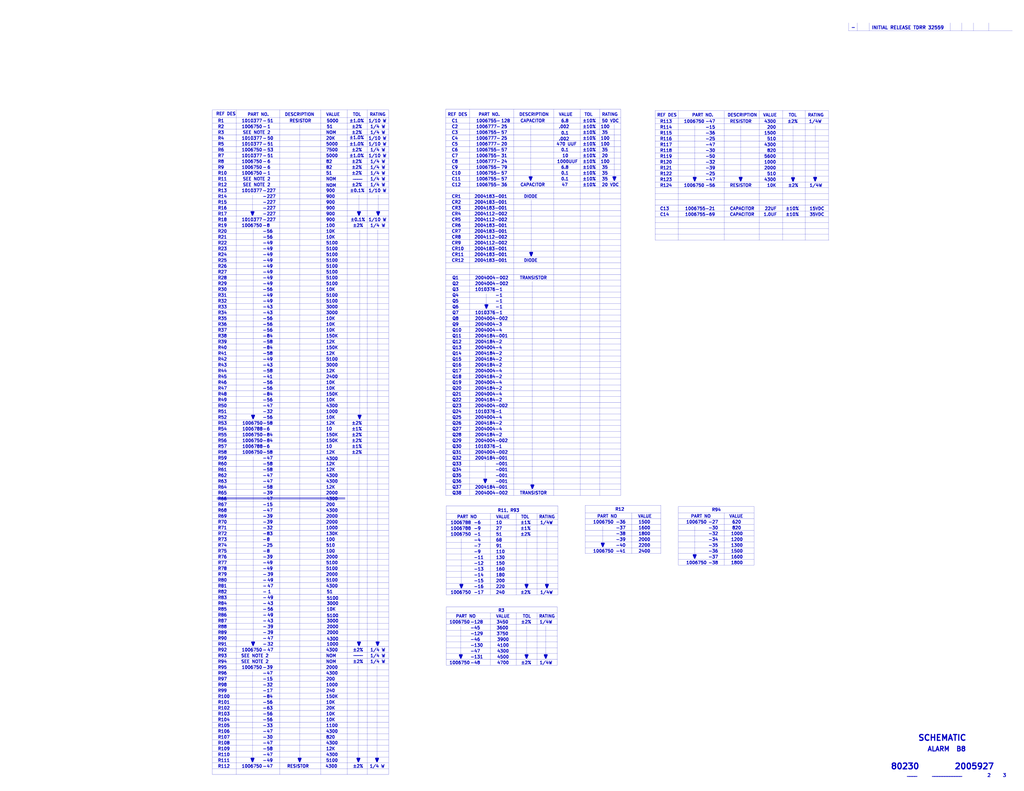
<source format=kicad_sch>
(kicad_sch (version 20211123) (generator eeschema)
  (paper "E")
  (polyline (pts (xy 715.01 192.405) (xy 904.24 192.405)) (stroke (width 0) (type solid)))
  (polyline (pts (xy 231.775 623.57) (xy 424.18 623.57)) (stroke (width 0) (type solid)))
  (polyline (pts (xy 504.825 638.5052) (xy 503.555 641.6802)) (stroke (width 1.524) (type solid)))
  (polyline (pts (xy 715.01 120.65) (xy 715.01 262.255)) (stroke (width 0) (type solid)))
  (polyline (pts (xy 390.525 701.3702) (xy 393.065 701.3702)) (stroke (width 1.524) (type solid)))
  (polyline (pts (xy 486.41 119.38) (xy 677.545 119.38)) (stroke (width 0) (type solid)))
  (polyline (pts (xy 577.85 193.3702) (xy 580.39 193.3702)) (stroke (width 1.524) (type solid)))
  (polyline (pts (xy 529.59 504.19) (xy 529.59 527.05)) (stroke (width 0) (type solid)))
  (polyline (pts (xy 486.41 363.22) (xy 677.545 363.22)) (stroke (width 0) (type solid)))
  (polyline (pts (xy 487.045 579.755) (xy 608.965 579.755)) (stroke (width 0) (type solid)))
  (polyline (pts (xy 807.085 194.0052) (xy 809.625 194.0052)) (stroke (width 1.524) (type solid)))
  (polyline (pts (xy 715.01 249.555) (xy 904.24 249.555)) (stroke (width 0) (type solid)))
  (polyline (pts (xy 231.775 229.87) (xy 424.18 229.87)) (stroke (width 0) (type solid)))
  (polyline (pts (xy 231.775 604.52) (xy 424.18 604.52)) (stroke (width 0) (type solid)))
  (polyline (pts (xy 487.045 636.905) (xy 608.965 636.905)) (stroke (width 0) (type solid)))
  (polyline (pts (xy 231.775 687.07) (xy 424.18 687.07)) (stroke (width 0) (type solid)))
  (polyline (pts (xy 231.775 706.12) (xy 424.18 706.12)) (stroke (width 0) (type solid)))
  (polyline (pts (xy 926.084 33.655) (xy 1104.9 33.655)) (stroke (width 0) (type solid)))
  (polyline (pts (xy 231.775 642.62) (xy 424.18 642.62)) (stroke (width 0) (type solid)))
  (polyline (pts (xy 657.86 574.675) (xy 657.86 596.265)) (stroke (width 0) (type solid)))
  (polyline (pts (xy 231.775 756.92) (xy 424.18 756.92)) (stroke (width 0) (type solid)))
  (polyline (pts (xy 638.81 579.12) (xy 721.36 579.12)) (stroke (width 0) (type solid)))
  (polyline (pts (xy 595.63 638.5052) (xy 598.17 638.5052)) (stroke (width 1.524) (type solid)))
  (polyline (pts (xy 503.555 588.01) (xy 503.555 641.35)) (stroke (width 0) (type solid)))
  (polyline (pts (xy 231.775 572.77) (xy 424.18 572.77)) (stroke (width 0) (type solid)))
  (polyline (pts (xy 596.9 641.6802) (xy 595.63 638.5052)) (stroke (width 1.524) (type solid)))
  (polyline (pts (xy 486.41 407.67) (xy 677.545 407.67)) (stroke (width 0) (type solid)))
  (polyline (pts (xy 486.41 119.38) (xy 486.41 541.02)) (stroke (width 0) (type solid)))
  (polyline (pts (xy 1062.482 25.019) (xy 1062.482 33.655)) (stroke (width 0) (type solid)))
  (polyline (pts (xy 740.41 553.085) (xy 740.41 617.22)) (stroke (width 0) (type solid)))
  (polyline (pts (xy 758.19 609.2952) (xy 756.92 606.1202)) (stroke (width 1.524) (type solid)))
  (polyline (pts (xy 486.41 236.22) (xy 677.545 236.22)) (stroke (width 0) (type solid)))
  (polyline (pts (xy 231.775 693.42) (xy 424.18 693.42)) (stroke (width 0) (type solid)))
  (polyline (pts (xy 275.59 212.725) (xy 275.59 234.95)) (stroke (width 0) (type solid)))
  (polyline (pts (xy 231.775 775.97) (xy 424.18 775.97)) (stroke (width 0) (type solid)))
  (polyline (pts (xy 487.045 598.805) (xy 608.965 598.805)) (stroke (width 0) (type solid)))
  (polyline (pts (xy 670.56 196.5452) (xy 669.29 193.3702)) (stroke (width 1.524) (type solid)))
  (polyline (pts (xy 231.775 712.47) (xy 424.18 712.47)) (stroke (width 0) (type solid)))
  (polyline (pts (xy 231.775 807.72) (xy 424.18 807.72)) (stroke (width 0) (type solid)))
  (polyline (pts (xy 231.775 769.62) (xy 424.18 769.62)) (stroke (width 0) (type solid)))
  (polyline (pts (xy 486.41 490.22) (xy 677.545 490.22)) (stroke (width 0) (type solid)))
  (polyline (pts (xy 486.41 439.42) (xy 677.545 439.42)) (stroke (width 0) (type solid)))
  (polyline (pts (xy 231.775 331.47) (xy 424.18 331.47)) (stroke (width 0) (type solid)))
  (polyline (pts (xy 866.775 194.31) (xy 865.505 197.485)) (stroke (width 1.524) (type solid)))
  (polyline (pts (xy 231.775 826.77) (xy 424.18 826.77)) (stroke (width 0) (type solid)))
  (polyline (pts (xy 487.045 675.64) (xy 608.33 675.64)) (stroke (width 0) (type solid)))
  (polyline (pts (xy 740.41 610.87) (xy 822.96 610.87)) (stroke (width 0) (type solid)))
  (polyline (pts (xy 275.59 234.6452) (xy 274.32 231.4702)) (stroke (width 1.524) (type solid)))
  (polyline (pts (xy 671.83 193.3702) (xy 670.56 196.5452)) (stroke (width 1.524) (type solid)))
  (polyline (pts (xy 656.59 593.4202) (xy 659.13 593.4202)) (stroke (width 1.524) (type solid)))
  (polyline (pts (xy 486.41 477.52) (xy 677.545 477.52)) (stroke (width 0) (type solid)))
  (polyline (pts (xy 393.065 231.4702) (xy 391.795 234.6452)) (stroke (width 1.524) (type solid)))
  (polyline (pts (xy 574.675 588.01) (xy 574.675 641.985)) (stroke (width 0) (type solid)))
  (polyline (pts (xy 740.41 591.82) (xy 822.96 591.82)) (stroke (width 0) (type solid)))
  (polyline (pts (xy 391.795 212.725) (xy 391.795 234.95)) (stroke (width 0) (type solid)))
  (polyline (pts (xy 231.775 369.57) (xy 424.18 369.57)) (stroke (width 0) (type solid)))
  (polyline (pts (xy 575.945 638.5052) (xy 574.675 641.6802)) (stroke (width 1.524) (type solid)))
  (polyline (pts (xy 486.41 521.97) (xy 677.545 521.97)) (stroke (width 0) (type solid)))
  (polyline (pts (xy 487.045 592.455) (xy 608.965 592.455)) (stroke (width 0) (type solid)))
  (polyline (pts (xy 486.41 471.17) (xy 677.545 471.17)) (stroke (width 0) (type solid)))
  (polyline (pts (xy 580.39 193.3702) (xy 579.12 196.5452)) (stroke (width 1.524) (type solid)))
  (polyline (pts (xy 486.41 128.27) (xy 677.545 128.27)) (stroke (width 0) (type solid)))
  (polyline (pts (xy 822.96 617.22) (xy 822.96 553.085)) (stroke (width 0) (type solid)))
  (polyline (pts (xy 328.295 828.3702) (xy 327.025 831.5452)) (stroke (width 1.524) (type solid)))
  (polyline (pts (xy 391.795 234.6452) (xy 390.525 231.4702)) (stroke (width 1.524) (type solid)))
  (polyline (pts (xy 486.41 445.77) (xy 677.545 445.77)) (stroke (width 0) (type solid)))
  (polyline (pts (xy 231.775 648.97) (xy 424.18 648.97)) (stroke (width 0) (type solid)))
  (polyline (pts (xy 759.46 606.1202) (xy 758.19 609.2952)) (stroke (width 1.524) (type solid)))
  (polyline (pts (xy 231.775 598.17) (xy 424.18 598.17)) (stroke (width 0) (type solid)))
  (polyline (pts (xy 579.755 279.0952) (xy 578.485 275.9202)) (stroke (width 1.524) (type solid)))
  (polyline (pts (xy 487.045 605.155) (xy 608.965 605.155)) (stroke (width 0) (type solid)))
  (polyline (pts (xy 598.17 638.5052) (xy 596.9 641.6802)) (stroke (width 1.524) (type solid)))
  (polyline (pts (xy 579.12 196.5452) (xy 577.85 193.3702)) (stroke (width 1.524) (type solid)))
  (polyline (pts (xy 231.775 407.67) (xy 424.18 407.67)) (stroke (width 0) (type solid)))
  (polyline (pts (xy 486.41 140.97) (xy 677.545 140.97)) (stroke (width 0) (type solid)))
  (polyline (pts (xy 231.775 388.62) (xy 424.18 388.62)) (stroke (width 0) (type solid)))
  (polyline (pts (xy 715.01 230.505) (xy 904.24 230.505)) (stroke (width 0) (type solid)))
  (polyline (pts (xy 502.285 638.5052) (xy 504.825 638.5052)) (stroke (width 1.524) (type solid)))
  (polyline (pts (xy 715.01 198.755) (xy 904.24 198.755)) (stroke (width 0) (type solid)))
  (polyline (pts (xy 276.225 250.19) (xy 276.225 456.565)) (stroke (width 0) (type solid)))
  (polyline (pts (xy 740.41 598.17) (xy 822.96 598.17)) (stroke (width 0) (type solid)))
  (polyline (pts (xy 231.775 541.02) (xy 424.18 541.02)) (stroke (width 0) (type solid)))
  (polyline (pts (xy 890.905 194.0052) (xy 889.635 197.1802)) (stroke (width 1.524) (type solid)))
  (polyline (pts (xy 638.81 551.815) (xy 638.81 604.52)) (stroke (width 0) (type solid)))
  (polyline (pts (xy 740.41 617.22) (xy 822.96 617.22)) (stroke (width 0) (type solid)))
  (polyline (pts (xy 487.045 669.29) (xy 608.33 669.29)) (stroke (width 0) (type solid)))
  (polyline (pts (xy 486.41 369.57) (xy 677.545 369.57)) (stroke (width 0) (type solid)))
  (polyline (pts (xy 410.21 828.3702) (xy 412.75 828.3702)) (stroke (width 1.524) (type solid)))
  (polyline (pts (xy 486.41 312.42) (xy 677.545 312.42)) (stroke (width 0) (type solid)))
  (polyline (pts (xy 638.81 560.07) (xy 721.36 560.07)) (stroke (width 0) (type solid)))
  (polyline (pts (xy 231.775 299.72) (xy 424.18 299.72)) (stroke (width 0) (type solid)))
  (polyline (pts (xy 412.75 234.6452) (xy 411.48 231.4702)) (stroke (width 1.524) (type solid)))
  (polyline (pts (xy 231.775 255.27) (xy 424.18 255.27)) (stroke (width 0) (type solid)))
  (polyline (pts (xy 231.775 674.37) (xy 424.18 674.37)) (stroke (width 0) (type solid)))
  (polyline (pts (xy 487.045 560.705) (xy 608.965 560.705)) (stroke (width 0) (type solid)))
  (polyline (pts (xy 535.305 560.705) (xy 535.305 649.605)) (stroke (width 0) (type solid)))
  (polyline (pts (xy 854.075 120.65) (xy 854.075 262.255)) (stroke (width 0) (type solid)))
  (polyline (pts (xy 865.505 137.16) (xy 865.505 196.85)) (stroke (width 0) (type solid)))
  (polyline (pts (xy 594.36 715.3402) (xy 596.9 715.3402)) (stroke (width 1.524) (type solid)))
  (polyline (pts (xy 596.9 715.3402) (xy 595.63 718.5152)) (stroke (width 1.524) (type solid)))
  (polyline (pts (xy 638.81 566.42) (xy 721.36 566.42)) (stroke (width 0) (type solid)))
  (polyline (pts (xy 231.775 655.32) (xy 424.18 655.32)) (stroke (width 0) (type solid)))
  (polyline (pts (xy 414.02 231.4702) (xy 412.75 234.6452)) (stroke (width 1.524) (type solid)))
  (polyline (pts (xy 670.56 135.89) (xy 670.56 196.85)) (stroke (width 0) (type solid)))
  (polyline (pts (xy 669.29 193.3702) (xy 671.83 193.3702)) (stroke (width 1.524) (type solid)))
  (polyline (pts (xy 486.41 255.27) (xy 677.545 255.27)) (stroke (width 0) (type solid)))
  (polyline (pts (xy 654.685 119.38) (xy 654.685 541.02)) (stroke (width 0) (type solid)))
  (polyline (pts (xy 715.01 224.155) (xy 904.24 224.155)) (stroke (width 0) (type solid)))
  (polyline (pts (xy 231.775 439.42) (xy 424.18 439.42)) (stroke (width 0) (type solid)))
  (polyline (pts (xy 501.65 715.3402) (xy 504.19 715.3402)) (stroke (width 1.524) (type solid)))
  (polyline (pts (xy 231.775 731.52) (xy 424.18 731.52)) (stroke (width 0) (type solid)))
  (polyline (pts (xy 411.48 231.4702) (xy 414.02 231.4702)) (stroke (width 1.524) (type solid)))
  (polyline (pts (xy 578.485 275.9202) (xy 581.025 275.9202)) (stroke (width 1.524) (type solid)))
  (polyline (pts (xy 392.43 457.2) (xy 392.43 251.46)) (stroke (width 0) (type solid)))
  (polyline (pts (xy 586.105 560.705) (xy 586.105 649.605)) (stroke (width 0) (type solid)))
  (polyline (pts (xy 231.775 394.97) (xy 424.18 394.97)) (stroke (width 0) (type solid)))
  (polyline (pts (xy 638.81 604.52) (xy 721.36 604.52)) (stroke (width 0) (type solid)))
  (polyline (pts (xy 715.01 167.005) (xy 904.24 167.005)) (stroke (width 0) (type solid)))
  (polyline (pts (xy 487.045 611.505) (xy 608.965 611.505)) (stroke (width 0) (type solid)))
  (polyline (pts (xy 486.41 401.32) (xy 677.545 401.32)) (stroke (width 0) (type solid)))
  (polyline (pts (xy 486.41 502.92) (xy 677.545 502.92)) (stroke (width 0) (type solid)))
  (polyline (pts (xy 231.775 477.52) (xy 424.18 477.52)) (stroke (width 0) (type solid)))
  (polyline (pts (xy 579.12 136.525) (xy 579.12 196.215)) (stroke (width 0) (type solid)))
  (polyline (pts (xy 487.045 662.94) (xy 487.045 726.44)) (stroke (width 0) (type solid)))
  (polyline (pts (xy 231.775 153.67) (xy 424.18 153.67)) (stroke (width 0) (type solid)))
  (polyline (pts (xy 231.775 553.72) (xy 424.18 553.72)) (stroke (width 0) (type solid)))
  (polyline (pts (xy 486.41 299.72) (xy 677.545 299.72)) (stroke (width 0) (type solid)))
  (polyline (pts (xy 231.775 845.82) (xy 424.18 845.82)) (stroke (width 0) (type solid)))
  (polyline (pts (xy 274.32 828.3702) (xy 276.86 828.3702)) (stroke (width 1.524) (type solid)))
  (polyline (pts (xy 486.41 185.42) (xy 677.545 185.42)) (stroke (width 0) (type solid)))
  (polyline (pts (xy 231.775 699.77) (xy 424.18 699.77)) (stroke (width 0) (type solid)))
  (polyline (pts (xy 231.775 521.97) (xy 424.18 521.97)) (stroke (width 0) (type solid)))
  (polyline (pts (xy 231.775 280.67) (xy 424.18 280.67)) (stroke (width 0) (type solid)))
  (polyline (pts (xy 231.775 147.32) (xy 424.18 147.32)) (stroke (width 0) (type solid)))
  (polyline (pts (xy 888.365 194.0052) (xy 890.905 194.0052)) (stroke (width 1.524) (type solid)))
  (polyline (pts (xy 486.41 153.67) (xy 677.545 153.67)) (stroke (width 0) (type solid)))
  (polyline (pts (xy 231.775 287.02) (xy 424.18 287.02)) (stroke (width 0) (type solid)))
  (polyline (pts (xy 486.41 147.32) (xy 677.545 147.32)) (stroke (width 0) (type solid)))
  (polyline (pts (xy 574.675 683.895) (xy 574.675 718.185)) (stroke (width 0) (type solid)))
  (polyline (pts (xy 231.775 445.77) (xy 424.18 445.77)) (stroke (width 0) (type solid)))
  (polyline (pts (xy 236.855 543.56) (xy 376.555 543.56)) (stroke (width 0.508) (type solid)))
  (polyline (pts (xy 257.81 120.015) (xy 257.81 845.82)) (stroke (width 0) (type solid)))
  (polyline (pts (xy 486.41 420.37) (xy 677.545 420.37)) (stroke (width 0) (type solid)))
  (polyline (pts (xy 608.965 552.45) (xy 608.965 649.605)) (stroke (width 0) (type solid)))
  (polyline (pts (xy 486.41 261.62) (xy 677.545 261.62)) (stroke (width 0) (type solid)))
  (polyline (pts (xy 758.19 574.675) (xy 758.19 609.6)) (stroke (width 0) (type solid)))
  (polyline (pts (xy 231.775 560.07) (xy 424.18 560.07)) (stroke (width 0) (type solid)))
  (polyline (pts (xy 276.86 231.4702) (xy 275.59 234.6452)) (stroke (width 1.524) (type solid)))
  (polyline (pts (xy 633.095 541.02) (xy 633.095 119.38)) (stroke (width 0) (type solid)))
  (polyline (pts (xy 231.775 737.87) (xy 424.18 737.87)) (stroke (width 0) (type solid)))
  (polyline (pts (xy 604.52 119.38) (xy 604.52 541.02)) (stroke (width 0) (type solid)))
  (polyline (pts (xy 231.775 661.67) (xy 424.18 661.67)) (stroke (width 0) (type solid)))
  (polyline (pts (xy 486.41 248.92) (xy 677.545 248.92)) (stroke (width 0) (type solid)))
  (polyline (pts (xy 560.705 119.38) (xy 560.705 541.02)) (stroke (width 0) (type solid)))
  (polyline (pts (xy 231.775 160.02) (xy 424.18 160.02)) (stroke (width 0) (type solid)))
  (polyline (pts (xy 503.555 641.6802) (xy 502.285 638.5052)) (stroke (width 1.524) (type solid)))
  (polyline (pts (xy 573.405 715.3402) (xy 575.945 715.3402)) (stroke (width 1.524) (type solid)))
  (polyline (pts (xy 889.635 137.16) (xy 889.635 196.215)) (stroke (width 0) (type solid)))
  (polyline (pts (xy 231.775 579.12) (xy 424.18 579.12)) (stroke (width 0) (type solid)))
  (polyline (pts (xy 231.775 814.07) (xy 424.18 814.07)) (stroke (width 0) (type solid)))
  (polyline (pts (xy 231.775 166.37) (xy 424.18 166.37)) (stroke (width 0) (type solid)))
  (polyline (pts (xy 740.41 566.42) (xy 822.96 566.42)) (stroke (width 0) (type solid)))
  (polyline (pts (xy 231.775 566.42) (xy 424.18 566.42)) (stroke (width 0) (type solid)))
  (polyline (pts (xy 231.775 433.07) (xy 424.18 433.07)) (stroke (width 0) (type solid)))
  (polyline (pts (xy 487.045 681.99) (xy 608.33 681.99)) (stroke (width 0) (type solid)))
  (polyline (pts (xy 715.01 128.905) (xy 904.24 128.905)) (stroke (width 0) (type solid)))
  (polyline (pts (xy 231.775 350.52) (xy 424.18 350.52)) (stroke (width 0) (type solid)))
  (polyline (pts (xy 756.92 194.0052) (xy 759.46 194.0052)) (stroke (width 1.524) (type solid)))
  (polyline (pts (xy 231.775 610.87) (xy 424.18 610.87)) (stroke (width 0) (type solid)))
  (polyline (pts (xy 487.045 701.04) (xy 608.33 701.04)) (stroke (width 0) (type solid)))
  (polyline (pts (xy 715.01 211.455) (xy 904.24 211.455)) (stroke (width 0) (type solid)))
  (polyline (pts (xy 274.955 453.7202) (xy 277.495 453.7202)) (stroke (width 1.524) (type solid)))
  (polyline (pts (xy 276.225 704.5452) (xy 274.955 701.3702)) (stroke (width 1.524) (type solid)))
  (polyline (pts (xy 424.18 120.015) (xy 424.18 845.82)) (stroke (width 0) (type solid)))
  (polyline (pts (xy 231.775 356.87) (xy 424.18 356.87)) (stroke (width 0) (type solid)))
  (polyline (pts (xy 487.045 707.39) (xy 608.33 707.39)) (stroke (width 0) (type solid)))
  (polyline (pts (xy 231.775 585.47) (xy 424.18 585.47)) (stroke (width 0) (type solid)))
  (polyline (pts (xy 563.245 560.705) (xy 563.245 649.605)) (stroke (width 0) (type solid)))
  (polyline (pts (xy 327.025 831.215) (xy 327.025 135.89)) (stroke (width 0) (type solid)))
  (polyline (pts (xy 231.775 839.47) (xy 424.18 839.47)) (stroke (width 0) (type solid)))
  (polyline (pts (xy 392.43 456.8952) (xy 391.16 453.7202)) (stroke (width 1.524) (type solid)))
  (polyline (pts (xy 486.41 426.72) (xy 677.545 426.72)) (stroke (width 0) (type solid)))
  (polyline (pts (xy 715.01 255.905) (xy 904.24 255.905)) (stroke (width 0) (type solid)))
  (polyline (pts (xy 231.775 496.57) (xy 424.18 496.57)) (stroke (width 0) (type solid)))
  (polyline (pts (xy 638.81 598.17) (xy 721.36 598.17)) (stroke (width 0) (type solid)))
  (polyline (pts (xy 581.025 275.9202) (xy 579.755 279.0952)) (stroke (width 1.524) (type solid)))
  (polyline (pts (xy 389.89 828.3702) (xy 392.43 828.3702)) (stroke (width 1.524) (type solid)))
  (polyline (pts (xy 391.16 727.075) (xy 391.16 831.215)) (stroke (width 0) (type solid)))
  (polyline (pts (xy 410.845 701.3702) (xy 413.385 701.3702)) (stroke (width 1.524) (type solid)))
  (polyline (pts (xy 231.775 636.27) (xy 424.18 636.27)) (stroke (width 0) (type solid)))
  (polyline (pts (xy 596.9 574.675) (xy 596.9 641.985)) (stroke (width 0) (type solid)))
  (polyline (pts (xy 393.065 701.3702) (xy 391.795 704.5452)) (stroke (width 1.524) (type solid)))
  (polyline (pts (xy 1049.782 25.019) (xy 1049.782 33.655)) (stroke (width 0) (type solid)))
  (polyline (pts (xy 231.775 375.92) (xy 424.18 375.92)) (stroke (width 0) (type solid)))
  (polyline (pts (xy 486.41 325.12) (xy 677.545 325.12)) (stroke (width 0) (type solid)))
  (polyline (pts (xy 231.775 242.57) (xy 424.18 242.57)) (stroke (width 0) (type solid)))
  (polyline (pts (xy 504.19 715.3402) (xy 502.92 718.5152)) (stroke (width 1.524) (type solid)))
  (polyline (pts (xy 759.46 194.0052) (xy 758.19 197.1802)) (stroke (width 1.524) (type solid)))
  (polyline (pts (xy 926.084 25.019) (xy 926.084 33.655)) (stroke (width 0) (type solid)))
  (polyline (pts (xy 236.855 544.83) (xy 376.555 544.83)) (stroke (width 0.508) (type solid)))
  (polyline (pts (xy 231.775 782.32) (xy 424.18 782.32)) (stroke (width 0) (type solid)))
  (polyline (pts (xy 586.105 669.29) (xy 586.105 726.44)) (stroke (width 0) (type solid)))
  (polyline (pts (xy 231.775 204.47) (xy 424.18 204.47)) (stroke (width 0) (type solid)))
  (polyline (pts (xy 486.41 318.77) (xy 677.545 318.77)) (stroke (width 0) (type solid)))
  (polyline (pts (xy 808.355 197.1802) (xy 807.085 194.0052)) (stroke (width 1.524) (type solid)))
  (polyline (pts (xy 231.775 140.97) (xy 424.18 140.97)) (stroke (width 0) (type solid)))
  (polyline (pts (xy 638.81 572.77) (xy 721.36 572.77)) (stroke (width 0) (type solid)))
  (polyline (pts (xy 486.41 350.52) (xy 677.545 350.52)) (stroke (width 0) (type solid)))
  (polyline (pts (xy 532.13 333.0702) (xy 530.86 336.2452)) (stroke (width 1.524) (type solid)))
  (polyline (pts (xy 486.41 528.32) (xy 677.545 528.32)) (stroke (width 0) (type solid)))
  (polyline (pts (xy 486.41 223.52) (xy 677.545 223.52)) (stroke (width 0) (type solid)))
  (polyline (pts (xy 231.775 293.37) (xy 424.18 293.37)) (stroke (width 0) (type solid)))
  (polyline (pts (xy 530.86 336.2452) (xy 529.59 333.0702)) (stroke (width 1.524) (type solid)))
  (polyline (pts (xy 274.955 701.3702) (xy 277.495 701.3702)) (stroke (width 1.524) (type solid)))
  (polyline (pts (xy 413.385 701.3702) (xy 412.115 704.5452)) (stroke (width 1.524) (type solid)))
  (polyline (pts (xy 657.86 596.5952) (xy 656.59 593.4202)) (stroke (width 1.524) (type solid)))
  (polyline (pts (xy 231.775 217.17) (xy 424.18 217.17)) (stroke (width 0) (type solid)))
  (polyline (pts (xy 231.775 426.72) (xy 424.18 426.72)) (stroke (width 0) (type solid)))
  (polyline (pts (xy 325.755 828.3702) (xy 328.295 828.3702)) (stroke (width 1.524) (type solid)))
  (polyline (pts (xy 487.045 573.405) (xy 608.965 573.405)) (stroke (width 0) (type solid)))
  (polyline (pts (xy 486.41 452.12) (xy 677.545 452.12)) (stroke (width 0) (type solid)))
  (polyline (pts (xy 579.755 529.9202) (xy 582.295 529.9202)) (stroke (width 1.524) (type solid)))
  (polyline (pts (xy 530.86 320.675) (xy 530.86 336.55)) (stroke (width 0) (type solid)))
  (polyline (pts (xy 740.41 560.07) (xy 822.96 560.07)) (stroke (width 0) (type solid)))
  (polyline (pts (xy 349.885 845.82) (xy 349.885 120.015)) (stroke (width 0) (type solid)))
  (polyline (pts (xy 231.775 363.22) (xy 424.18 363.22)) (stroke (width 0) (type solid)))
  (polyline (pts (xy 400.685 845.82) (xy 400.685 120.015)) (stroke (width 0) (type solid)))
  (polyline (pts (xy 715.01 135.255) (xy 904.24 135.255)) (stroke (width 0) (type solid)))
  (polyline (pts (xy 574.675 718.5152) (xy 573.405 715.3402)) (stroke (width 1.524) (type solid)))
  (polyline (pts (xy 276.86 828.3702) (xy 275.59 831.5452)) (stroke (width 1.524) (type solid)))
  (polyline (pts (xy 231.775 547.37) (xy 424.18 547.37)) (stroke (width 0) (type solid)))
  (polyline (pts (xy 275.59 831.5452) (xy 274.32 828.3702)) (stroke (width 1.524) (type solid)))
  (polyline (pts (xy 828.675 120.65) (xy 828.675 262.255)) (stroke (width 0) (type solid)))
  (polyline (pts (xy 486.41 204.47) (xy 677.545 204.47)) (stroke (width 0) (type solid)))
  (polyline (pts (xy 231.775 680.72) (xy 424.18 680.72)) (stroke (width 0) (type solid)))
  (polyline (pts (xy 487.045 720.09) (xy 608.33 720.09)) (stroke (width 0) (type solid)))
  (polyline (pts (xy 486.41 172.72) (xy 677.545 172.72)) (stroke (width 0) (type solid)))
  (polyline (pts (xy 487.045 630.555) (xy 608.965 630.555)) (stroke (width 0) (type solid)))
  (polyline (pts (xy 809.625 194.0052) (xy 808.355 197.1802)) (stroke (width 1.524) (type solid)))
  (polyline (pts (xy 231.775 191.77) (xy 424.18 191.77)) (stroke (width 0) (type solid)))
  (polyline (pts (xy 535.305 669.29) (xy 535.305 726.44)) (stroke (width 0) (type solid)))
  (polyline (pts (xy 486.41 344.17) (xy 677.545 344.17)) (stroke (width 0) (type solid)))
  (polyline (pts (xy 1078.992 25.019) (xy 1078.992 33.655)) (stroke (width 0) (type solid)))
  (polyline (pts (xy 715.01 141.605) (xy 904.24 141.605)) (stroke (width 0) (type solid)))
  (polyline (pts (xy 486.41 217.17) (xy 677.545 217.17)) (stroke (width 0) (type solid)))
  (polyline (pts (xy 486.41 134.62) (xy 677.545 134.62)) (stroke (width 0) (type solid)))
  (polyline (pts (xy 487.045 567.055) (xy 608.965 567.055)) (stroke (width 0) (type solid)))
  (polyline (pts (xy 638.81 585.47) (xy 721.36 585.47)) (stroke (width 0) (type solid)))
  (polyline (pts (xy 865.505 197.485) (xy 864.235 194.31)) (stroke (width 1.524) (type solid)))
  (polyline (pts (xy 486.41 382.27) (xy 677.545 382.27)) (stroke (width 0) (type solid)))
  (polyline (pts (xy 231.775 591.82) (xy 424.18 591.82)) (stroke (width 0) (type solid)))
  (polyline (pts (xy 487.045 643.255) (xy 608.965 643.255)) (stroke (width 0) (type solid)))
  (polyline (pts (xy 411.48 831.5452) (xy 410.21 828.3702)) (stroke (width 1.524) (type solid)))
  (polyline (pts (xy 740.41 604.52) (xy 822.96 604.52)) (stroke (width 0) (type solid)))
  (polyline (pts (xy 715.01 160.655) (xy 904.24 160.655)) (stroke (width 0) (type solid)))
  (polyline (pts (xy 486.41 375.92) (xy 677.545 375.92)) (stroke (width 0) (type solid)))
  (polyline (pts (xy 529.59 333.0702) (xy 532.13 333.0702)) (stroke (width 1.524) (type solid)))
  (polyline (pts (xy 231.775 820.42) (xy 424.18 820.42)) (stroke (width 0) (type solid)))
  (polyline (pts (xy 486.41 541.02) (xy 677.545 541.02)) (stroke (width 0) (type solid)))
  (polyline (pts (xy 231.775 617.22) (xy 424.18 617.22)) (stroke (width 0) (type solid)))
  (polyline (pts (xy 715.01 147.955) (xy 904.24 147.955)) (stroke (width 0) (type solid)))
  (polyline (pts (xy 487.045 688.34) (xy 608.33 688.34)) (stroke (width 0) (type solid)))
  (polyline (pts (xy 231.775 172.72) (xy 424.18 172.72)) (stroke (width 0) (type solid)))
  (polyline (pts (xy 574.675 641.6802) (xy 573.405 638.5052)) (stroke (width 1.524) (type solid)))
  (polyline (pts (xy 390.525 231.4702) (xy 393.065 231.4702)) (stroke (width 1.524) (type solid)))
  (polyline (pts (xy 327.025 831.5452) (xy 325.755 828.3702)) (stroke (width 1.524) (type solid)))
  (polyline (pts (xy 715.01 205.105) (xy 904.24 205.105)) (stroke (width 0) (type solid)))
  (polyline (pts (xy 486.41 210.82) (xy 677.545 210.82)) (stroke (width 0) (type solid)))
  (polyline (pts (xy 715.01 186.055) (xy 904.24 186.055)) (stroke (width 0) (type solid)))
  (polyline (pts (xy 573.405 638.5052) (xy 575.945 638.5052)) (stroke (width 1.524) (type solid)))
  (polyline (pts (xy 231.775 198.12) (xy 424.18 198.12)) (stroke (width 0) (type solid)))
  (polyline (pts (xy 878.84 120.65) (xy 878.84 262.255)) (stroke (width 0) (type solid)))
  (polyline (pts (xy 231.775 452.12) (xy 424.18 452.12)) (stroke (width 0) (type solid)))
  (polyline (pts (xy 391.16 831.5452) (xy 389.89 828.3702)) (stroke (width 1.524) (type solid)))
  (polyline (pts (xy 486.41 483.87) (xy 677.545 483.87)) (stroke (width 0) (type solid)))
  (polyline (pts (xy 412.75 828.3702) (xy 411.48 831.5452)) (stroke (width 1.524) (type solid)))
  (polyline (pts (xy 530.86 523.5702) (xy 529.59 526.7452)) (stroke (width 1.524) (type solid)))
  (polyline (pts (xy 391.795 498.475) (xy 391.795 704.215)) (stroke (width 0) (type solid)))
  (polyline (pts (xy 412.75 212.725) (xy 412.75 234.95)) (stroke (width 0) (type solid)))
  (polyline (pts (xy 740.41 553.085) (xy 822.96 553.085)) (stroke (width 0) (type solid)))
  (polyline (pts (xy 231.775 471.17) (xy 424.18 471.17)) (stroke (width 0) (type solid)))
  (polyline (pts (xy 715.01 243.205) (xy 904.24 243.205)) (stroke (width 0) (type solid)))
  (polyline (pts (xy 487.045 586.105) (xy 608.965 586.105)) (stroke (width 0) (type solid)))
  (polyline (pts (xy 486.41 160.02) (xy 677.545 160.02)) (stroke (width 0) (type solid)))
  (polyline (pts (xy 486.41 191.77) (xy 677.545 191.77)) (stroke (width 0) (type solid)))
  (polyline (pts (xy 487.045 726.44) (xy 608.33 726.44)) (stroke (width 0) (type solid)))
  (polyline (pts (xy 486.41 534.67) (xy 677.545 534.67)) (stroke (width 0) (type solid)))
  (polyline (pts (xy 740.41 585.47) (xy 822.96 585.47)) (stroke (width 0) (type solid)))
  (polyline (pts (xy 486.41 242.57) (xy 677.545 242.57)) (stroke (width 0) (type solid)))
  (polyline (pts (xy 486.41 337.82) (xy 677.545 337.82)) (stroke (width 0) (type solid)))
  (polyline (pts (xy 391.795 704.5452) (xy 390.525 701.3702)) (stroke (width 1.524) (type solid)))
  (polyline (pts (xy 231.775 274.32) (xy 424.18 274.32)) (stroke (width 0) (type solid)))
  (polyline (pts (xy 808.355 137.16) (xy 808.355 196.85)) (stroke (width 0) (type solid)))
  (polyline (pts (xy 231.775 515.62) (xy 424.18 515.62)) (stroke (width 0) (type solid)))
  (polyline (pts (xy 276.225 456.8952) (xy 274.955 453.7202)) (stroke (width 1.524) (type solid)))
  (polyline (pts (xy 486.41 229.87) (xy 677.545 229.87)) (stroke (width 0) (type solid)))
  (polyline (pts (xy 274.32 231.4702) (xy 276.86 231.4702)) (stroke (width 1.524) (type solid)))
  (polyline (pts (xy 790.575 121.285) (xy 790.575 262.255)) (stroke (width 0) (type solid)))
  (polyline (pts (xy 740.41 572.77) (xy 822.96 572.77)) (stroke (width 0) (type solid)))
  (polyline (pts (xy 231.775 509.27) (xy 424.18 509.27)) (stroke (width 0) (type solid)))
  (polyline (pts (xy 231.775 725.17) (xy 424.18 725.17)) (stroke (width 0) (type solid)))
  (polyline (pts (xy 231.775 134.62) (xy 424.18 134.62)) (stroke (width 0) (type solid)))
  (polyline (pts (xy 486.41 414.02) (xy 677.545 414.02)) (stroke (width 0) (type solid)))
  (polyline (pts (xy 486.41 331.47) (xy 677.545 331.47)) (stroke (width 0) (type solid)))
  (polyline (pts (xy 231.775 267.97) (xy 424.18 267.97)) (stroke (width 0) (type solid)))
  (polyline (pts (xy 486.41 280.67) (xy 677.545 280.67)) (stroke (width 0) (type solid)))
  (polyline (pts (xy 231.775 795.02) (xy 424.18 795.02)) (stroke (width 0) (type solid)))
  (polyline (pts (xy 487.045 552.45) (xy 608.965 552.45)) (stroke (width 0) (type solid)))
  (polyline (pts (xy 393.7 453.7202) (xy 392.43 456.8952)) (stroke (width 1.524) (type solid)))
  (polyline (pts (xy 486.41 166.37) (xy 677.545 166.37)) (stroke (width 0) (type solid)))
  (polyline (pts (xy 231.775 718.82) (xy 424.18 718.82)) (stroke (width 0) (type solid)))
  (polyline (pts (xy 487.045 624.205) (xy 608.965 624.205)) (stroke (width 0) (type solid)))
  (polyline (pts (xy 579.755 218.44) (xy 579.755 278.13)) (stroke (width 0) (type solid)))
  (polyline (pts (xy 231.775 629.92) (xy 424.18 629.92)) (stroke (width 0) (type solid)))
  (polyline (pts (xy 677.545 541.02) (xy 677.545 119.38)) (stroke (width 0) (type solid)))
  (polyline (pts (xy 231.775 744.22) (xy 424.18 744.22)) (stroke (width 0) (type solid)))
  (polyline (pts (xy 758.19 197.1802) (xy 756.92 194.0052)) (stroke (width 1.524) (type solid)))
  (polyline (pts (xy 528.32 523.5702) (xy 530.86 523.5702)) (stroke (width 1.524) (type solid)))
  (polyline (pts (xy 392.43 828.3702) (xy 391.16 831.5452)) (stroke (width 1.524) (type solid)))
  (polyline (pts (xy 486.41 274.32) (xy 677.545 274.32)) (stroke (width 0) (type solid)))
  (polyline (pts (xy 231.775 788.67) (xy 424.18 788.67)) (stroke (width 0) (type solid)))
  (polyline (pts (xy 231.775 185.42) (xy 424.18 185.42)) (stroke (width 0) (type solid)))
  (polyline (pts (xy 486.41 433.07) (xy 677.545 433.07)) (stroke (width 0) (type solid)))
  (polyline (pts (xy 512.445 119.38) (xy 512.445 541.02)) (stroke (width 0) (type solid)))
  (polyline (pts (xy 486.41 464.82) (xy 677.545 464.82)) (stroke (width 0) (type solid)))
  (polyline (pts (xy 231.775 248.92) (xy 424.18 248.92)) (stroke (width 0) (type solid)))
  (polyline (pts (xy 740.41 120.65) (xy 740.41 262.255)) (stroke (width 0) (type solid)))
  (polyline (pts (xy 715.01 154.305) (xy 904.24 154.305)) (stroke (width 0) (type solid)))
  (polyline (pts (xy 487.045 617.855) (xy 608.965 617.855)) (stroke (width 0) (type solid)))
  (polyline (pts (xy 487.045 649.605) (xy 608.965 649.605)) (stroke (width 0) (type solid)))
  (polyline (pts (xy 486.41 496.57) (xy 677.545 496.57)) (stroke (width 0) (type solid)))
  (polyline (pts (xy 689.61 560.07) (xy 689.61 604.52)) (stroke (width 0) (type solid)))
  (polyline (pts (xy 231.775 763.27) (xy 424.18 763.27)) (stroke (width 0) (type solid)))
  (polyline (pts (xy 486.41 267.97) (xy 677.545 267.97)) (stroke (width 0) (type solid)))
  (polyline (pts (xy 608.33 662.94) (xy 608.33 726.44)) (stroke (width 0) (type solid)))
  (polyline (pts (xy 231.775 128.27) (xy 424.18 128.27)) (stroke (width 0) (type solid)))
  (polyline (pts (xy 638.81 551.815) (xy 721.36 551.815)) (stroke (width 0) (type solid)))
  (polyline (pts (xy 502.92 683.895) (xy 502.92 718.185)) (stroke (width 0) (type solid)))
  (polyline (pts (xy 486.41 179.07) (xy 677.545 179.07)) (stroke (width 0) (type solid)))
  (polyline (pts (xy 575.945 715.3402) (xy 574.675 718.5152)) (stroke (width 1.524) (type solid)))
  (polyline (pts (xy 412.115 704.85) (xy 412.115 250.825)) (stroke (width 0) (type solid)))
  (polyline (pts (xy 231.775 179.07) (xy 424.18 179.07)) (stroke (width 0) (type solid)))
  (polyline (pts (xy 563.245 669.29) (xy 563.245 726.44)) (stroke (width 0) (type solid)))
  (polyline (pts (xy 659.13 593.4202) (xy 657.86 596.5952)) (stroke (width 1.524) (type solid)))
  (polyline (pts (xy 379.095 120.015) (xy 379.095 845.82)) (stroke (width 0) (type solid)))
  (polyline (pts (xy 305.435 120.015) (xy 305.435 845.82)) (stroke (width 0) (type solid)))
  (polyline (pts (xy 486.41 515.62) (xy 677.545 515.62)) (stroke (width 0) (type solid)))
  (polyline (pts (xy 231.775 458.47) (xy 424.18 458.47)) (stroke (width 0) (type solid)))
  (polyline (pts (xy 502.92 718.5152) (xy 501.65 715.3402)) (stroke (width 1.524) (type solid)))
  (polyline (pts (xy 935.736 25.019) (xy 935.736 33.655)) (stroke (width 0) (type solid)))
  (polyline (pts (xy 231.775 318.77) (xy 424.18 318.77)) (stroke (width 0) (type solid)))
  (polyline (pts (xy 715.01 179.705) (xy 904.24 179.705)) (stroke (width 0) (type solid)))
  (polyline (pts (xy 486.41 509.27) (xy 677.545 509.27)) (stroke (width 0) (type solid)))
  (polyline (pts (xy 864.235 194.31) (xy 866.775 194.31)) (stroke (width 1.524) (type solid)))
  (polyline (pts (xy 581.025 533.0952) (xy 579.755 529.9202)) (stroke (width 1.524) (type solid)))
  (polyline (pts (xy 231.775 120.015) (xy 231.775 845.82)) (stroke (width 0) (type solid)))
  (polyline (pts (xy 231.775 833.12) (xy 424.18 833.12)) (stroke (width 0) (type solid)))
  (polyline (pts (xy 756.92 606.1202) (xy 759.46 606.1202)) (stroke (width 1.524) (type solid)))
  (polyline (pts (xy 487.045 713.74) (xy 608.33 713.74)) (stroke (width 0) (type solid)))
  (polyline (pts (xy 231.775 120.015) (xy 424.18 120.015)) (stroke (width 0) (type solid)))
  (polyline (pts (xy 582.295 529.9202) (xy 581.025 533.0952)) (stroke (width 1.524) (type solid)))
  (polyline (pts (xy 529.59 526.7452) (xy 528.32 523.5702)) (stroke (width 1.524) (type solid)))
  (polyline (pts (xy 487.045 662.94) (xy 608.33 662.94)) (stroke (width 0) (type solid)))
  (polyline (pts (xy 275.59 733.425) (xy 275.59 831.215)) (stroke (width 0) (type solid)))
  (polyline (pts (xy 231.775 261.62) (xy 424.18 261.62)) (stroke (width 0) (type solid)))
  (polyline (pts (xy 1037.082 25.019) (xy 1037.082 33.655)) (stroke (width 0) (type solid)))
  (polyline (pts (xy 231.775 312.42) (xy 424.18 312.42)) (stroke (width 0) (type solid)))
  (polyline (pts (xy 231.775 236.22) (xy 424.18 236.22)) (stroke (width 0) (type solid)))
  (polyline (pts (xy 715.01 120.65) (xy 904.24 120.65)) (stroke (width 0) (type solid)))
  (polyline (pts (xy 276.225 498.475) (xy 276.225 704.215)) (stroke (width 0) (type solid)))
  (polyline (pts (xy 715.01 262.255) (xy 904.875 262.255)) (stroke (width 0) (type solid)))
  (polyline (pts (xy 487.045 552.45) (xy 487.045 649.605)) (stroke (width 0) (type solid)))
  (polyline (pts (xy 231.775 464.82) (xy 424.18 464.82)) (stroke (width 0) (type solid)))
  (polyline (pts (xy 638.81 591.82) (xy 721.36 591.82)) (stroke (width 0) (type solid)))
  (polyline (pts (xy 231.775 210.82) (xy 424.18 210.82)) (stroke (width 0) (type solid)))
  (polyline (pts (xy 231.775 223.52) (xy 424.18 223.52)) (stroke (width 0) (type solid)))
  (polyline (pts (xy 412.115 704.5452) (xy 410.845 701.3702)) (stroke (width 1.524) (type solid)))
  (polyline (pts (xy 486.41 388.62) (xy 677.545 388.62)) (stroke (width 0) (type solid)))
  (polyline (pts (xy 486.41 287.02) (xy 677.545 287.02)) (stroke (width 0) (type solid)))
  (polyline (pts (xy 231.775 668.02) (xy 424.18 668.02)) (stroke (width 0) (type solid)))
  (polyline (pts (xy 889.635 197.1802) (xy 888.365 194.0052)) (stroke (width 1.524) (type solid)))
  (polyline (pts (xy 231.775 414.02) (xy 424.18 414.02)) (stroke (width 0) (type solid)))
  (polyline (pts (xy 595.63 718.5152) (xy 594.36 715.3402)) (stroke (width 1.524) (type solid)))
  (polyline (pts (xy 715.01 236.855) (xy 904.24 236.855)) (stroke (width 0) (type solid)))
  (polyline (pts (xy 486.41 293.37) (xy 677.545 293.37)) (stroke (width 0) (type solid)))
  (polyline (pts (xy 231.775 502.92) (xy 424.18 502.92)) (stroke (width 0) (type solid)))
  (polyline (pts (xy 715.01 217.805) (xy 904.24 217.805)) (stroke (width 0) (type solid)))
  (polyline (pts (xy 231.775 344.17) (xy 424.18 344.17)) (stroke (width 0) (type solid)))
  (polyline (pts (xy 231.775 528.32) (xy 424.18 528.32)) (stroke (width 0) (type solid)))
  (polyline (pts (xy 948.69 25.019) (xy 948.69 33.655)) (stroke (width 0) (type solid)))
  (polyline (pts (xy 231.775 337.82) (xy 424.18 337.82)) (stroke (width 0) (type solid)))
  (polyline (pts (xy 581.025 532.765) (xy 581.025 307.34)) (stroke (width 0) (type solid)))
  (polyline (pts (xy 486.41 458.47) (xy 677.545 458.47)) (stroke (width 0) (type solid)))
  (polyline (pts (xy 486.41 356.87) (xy 677.545 356.87)) (stroke (width 0) (type solid)))
  (polyline (pts (xy 231.775 401.32) (xy 424.18 401.32)) (stroke (width 0) (type solid)))
  (polyline (pts (xy 758.19 137.16) (xy 758.19 196.85)) (stroke (width 0) (type solid)))
  (polyline (pts (xy 595.63 683.895) (xy 595.63 718.185)) (stroke (width 0) (type solid)))
  (polyline (pts (xy 740.41 579.12) (xy 822.96 579.12)) (stroke (width 0) (type solid)))
  (polyline (pts (xy 486.41 306.07) (xy 677.545 306.07)) (stroke (width 0) (type solid)))
  (polyline (pts (xy 904.24 120.65) (xy 904.24 262.255)) (stroke (width 0) (type solid)))
  (polyline (pts (xy 277.495 701.3702) (xy 276.225 704.5452)) (stroke (width 1.524) (type solid)))
  (polyline (pts (xy 486.41 394.97) (xy 677.545 394.97)) (stroke (width 0) (type solid)))
  (polyline (pts (xy 231.775 490.22) (xy 424.18 490.22)) (stroke (width 0) (type solid)))
  (polyline (pts (xy 231.775 750.57) (xy 424.18 750.57)) (stroke (width 0) (type solid)))
  (polyline (pts (xy 715.01 173.355) (xy 904.24 173.355)) (stroke (width 0) (type solid)))
  (polyline (pts (xy 721.36 604.52) (xy 721.36 551.815)) (stroke (width 0) (type solid)))
  (polyline (pts (xy 231.775 801.37) (xy 424.18 801.37)) (stroke (width 0) (type solid)))
  (polyline (pts (xy 391.16 453.7202) (xy 393.7 453.7202)) (stroke (width 1.524) (type solid)))
  (polyline (pts (xy 411.48 831.215) (xy 411.48 727.075)) (stroke (width 0) (type solid)))
  (polyline (pts (xy 231.775 325.12) (xy 424.18 325.12)) (stroke (width 0) (type solid)))
  (polyline (pts (xy 231.775 534.67) (xy 424.18 534.67)) (stroke (width 0) (type solid)))
  (polyline (pts (xy 231.775 306.07) (xy 424.18 306.07)) (stroke (width 0) (type solid)))
  (polyline (pts (xy 486.41 198.12) (xy 677.545 198.12)) (stroke (width 0) (type solid)))
  (polyline (pts (xy 790.575 560.07) (xy 790.575 617.22)) (stroke (width 0) (type solid)))
  (polyline (pts (xy 231.775 420.37) (xy 424.18 420.37)) (stroke (width 0) (type solid)))
  (polyline (pts (xy 277.495 453.7202) (xy 276.225 456.8952)) (stroke (width 1.524) (type solid)))
  (polyline (pts (xy 231.775 483.87) (xy 424.18 483.87)) (stroke (width 0) (type solid)))
  (polyline (pts (xy 487.045 694.69) (xy 608.33 694.69)) (stroke (width 0) (type solid)))
  (polyline (pts (xy 231.775 382.27) (xy 424.18 382.27)) (stroke (width 0) (type solid)))
  (text "CR3" (at 492.76 229.235 0) (effects (font (size 3.302 3.302) (thickness 0.6604) bold) (justify left bottom)))
  (text "47" (at 290.83 445.135 0) (effects (font (size 3.302 3.302) (thickness 0.6604) bold) (justify left bottom)))
  (text "56" (at 290.83 457.835 0) (effects (font (size 3.302 3.302) (thickness 0.6604) bold) (justify left bottom)))
  (text "R112" (at 237.49 838.835 0) (effects (font (size 3.302 3.302) (thickness 0.6604) bold) (justify left bottom)))
  (text "-" (at 286.385 184.785 0) (effects (font (size 3.302 3.302) (thickness 0.6604) bold) (justify left bottom)))
  (text "49" (at 290.83 832.485 0) (effects (font (size 3.302 3.302) (thickness 0.6604) bold) (justify left bottom)))
  (text "4300" (at 355.6 813.435 0) (effects (font (size 3.302 3.302) (thickness 0.6604) bold) (justify left bottom)))
  (text "10" (at 541.02 572.77 0) (effects (font (size 3.302 3.302) (thickness 0.6604) bold) (justify left bottom)))
  (text "DESCRIPTION" (at 566.42 127 0) (effects (font (size 3.302 3.302) (thickness 0.6604) bold) (justify left bottom)))
  (text "R50" (at 237.49 445.135 0) (effects (font (size 3.302 3.302) (thickness 0.6604) bold) (justify left bottom)))
  (text "35" (at 656.59 184.785 0) (effects (font (size 3.302 3.302) (thickness 0.6604) bold) (justify left bottom)))
  (text "2000" (at 355.6 730.885 0) (effects (font (size 3.302 3.302) (thickness 0.6604) bold) (justify left bottom)))
  (text "49" (at 290.83 616.585 0) (effects (font (size 3.302 3.302) (thickness 0.6604) bold) (justify left bottom)))
  (text "R21" (at 237.49 260.985 0) (effects (font (size 3.302 3.302) (thickness 0.6604) bold) (justify left bottom)))
  (text "1006788" (at 264.16 489.585 0) (effects (font (size 3.302 3.302) (thickness 0.6604) bold) (justify left bottom)))
  (text "7500" (at 355.6 165.735 0) (effects (font (size 3.302 3.302) (thickness 0.6604) bold) (justify left bottom)))
  (text "±1.0%" (at 381 172.085 0) (effects (font (size 3.302 3.302) (thickness 0.6604) bold) (justify left bottom)))
  (text "NOM" (at 355.6 718.185 0) (effects (font (size 3.302 3.302) (thickness 0.6604) bold) (justify left bottom)))
  (text "150K" (at 355.6 368.935 0) (effects (font (size 3.302 3.302) (thickness 0.6604) bold) (justify left bottom)))
  (text "-" (at 286.385 229.235 0) (effects (font (size 3.302 3.302) (thickness 0.6604) bold) (justify left bottom)))
  (text "1006755-" (at 519.43 146.685 0) (effects (font (size 3.302 3.302) (thickness 0.6604) bold) (justify left bottom)))
  (text "150" (at 541.02 617.22 0) (effects (font (size 3.302 3.302) (thickness 0.6604) bold) (justify left bottom)))
  (text "-" (at 286.385 235.585 0) (effects (font (size 3.302 3.302) (thickness 0.6604) bold) (justify left bottom)))
  (text "Q24" (at 493.395 451.485 0) (effects (font (size 3.302 3.302) (thickness 0.6604) bold) (justify left bottom)))
  (text "1/4W" (at 883.285 204.47 0) (effects (font (size 3.302 3.302) (thickness 0.6604) bold) (justify left bottom)))
  (text "-" (at 286.385 641.985 0) (effects (font (size 3.302 3.302) (thickness 0.6604) bold) (justify left bottom)))
  (text "12K" (at 355.6 495.935 0) (effects (font (size 3.302 3.302) (thickness 0.6604) bold) (justify left bottom)))
  (text "R79" (at 237.49 629.285 0) (effects (font (size 3.302 3.302) (thickness 0.6604) bold) (justify left bottom)))
  (text "100" (at 355.6 603.885 0) (effects (font (size 3.302 3.302) (thickness 0.6604) bold) (justify left bottom)))
  (text "10K" (at 355.6 260.985 0) (effects (font (size 3.302 3.302) (thickness 0.6604) bold) (justify left bottom)))
  (text "12K" (at 355.6 407.035 0) (effects (font (size 3.302 3.302) (thickness 0.6604) bold) (justify left bottom)))
  (text "R108" (at 237.49 813.435 0) (effects (font (size 3.302 3.302) (thickness 0.6604) bold) (justify left bottom)))
  (text "TRANSISTOR" (at 567.055 540.385 0) (effects (font (size 3.302 3.302) (thickness 0.6604) bold) (justify left bottom)))
  (text "R105" (at 237.49 794.385 0) (effects (font (size 3.302 3.302) (thickness 0.6604) bold) (justify left bottom)))
  (text "±2%" (at 568.325 725.805 0) (effects (font (size 3.302 3.302) (thickness 0.6604) bold) (justify left bottom)))
  (text "57" (at 546.735 146.685 0) (effects (font (size 3.302 3.302) (thickness 0.6604) bold) (justify left bottom)))
  (text "-36" (at 769.62 147.32 0) (effects (font (size 3.302 3.302) (thickness 0.6604) bold) (justify left bottom)))
  (text "56" (at 290.83 318.135 0) (effects (font (size 3.302 3.302) (thickness 0.6604) bold) (justify left bottom)))
  (text "C11" (at 492.76 197.485 0) (effects (font (size 3.302 3.302) (thickness 0.6604) bold) (justify left bottom)))
  (text "49" (at 290.83 330.835 0) (effects (font (size 3.302 3.302) (thickness 0.6604) bold) (justify left bottom)))
  (text "R9" (at 237.49 184.785 0) (effects (font (size 3.302 3.302) (thickness 0.6604) bold) (justify left bottom)))
  (text "1" (at 544.83 318.135 0) (effects (font (size 3.302 3.302) (thickness 0.6604) bold) (justify left bottom)))
  (text "36" (at 546.735 203.835 0) (effects (font (size 3.302 3.302) (thickness 0.6604) bold) (justify left bottom)))
  (text "-" (at 286.385 654.685 0) (effects (font (size 3.302 3.302) (thickness 0.6604) bold) (justify left bottom)))
  (text "56" (at 290.83 438.785 0) (effects (font (size 3.302 3.302) (thickness 0.6604) bold) (justify left bottom)))
  (text "49" (at 291.465 654.685 0) (effects (font (size 3.302 3.302) (thickness 0.6604) bold) (justify left bottom)))
  (text "CR6" (at 492.76 248.285 0) (effects (font (size 3.302 3.302) (thickness 0.6604) bold) (justify left bottom)))
  (text "820" (at 798.83 578.485 0) (effects (font (size 3.302 3.302) (thickness 0.6604) bold) (justify left bottom)))
  (text "1006777-" (at 519.43 140.335 0) (effects (font (size 3.302 3.302) (thickness 0.6604) bold) (justify left bottom)))
  (text "1006788" (at 264.16 470.535 0) (effects (font (size 3.302 3.302) (thickness 0.6604) bold) (justify left bottom)))
  (text "R84" (at 237.49 661.035 0) (effects (font (size 3.302 3.302) (thickness 0.6604) bold) (justify left bottom)))
  (text "R61" (at 237.49 514.985 0) (effects (font (size 3.302 3.302) (thickness 0.6604) bold) (justify left bottom)))
  (text "001" (at 544.195 514.985 0) (effects (font (size 3.302 3.302) (thickness 0.6604) bold) (justify left bottom)))
  (text "-" (at 286.385 222.885 0) (effects (font (size 3.302 3.302) (thickness 0.6604) bold) (justify left bottom)))
  (text "-" (at 286.385 578.485 0) (effects (font (size 3.302 3.302) (thickness 0.6604) bold) (justify left bottom)))
  (text "2004183-001" (at 517.525 222.885 0) (effects (font (size 3.302 3.302) (thickness 0.6604) bold) (justify left bottom)))
  (text "1" (at 544.83 337.185 0) (effects (font (size 3.302 3.302) (thickness 0.6604) bold) (justify left bottom)))
  (text "1000UUF" (at 607.695 178.435 0) (effects (font (size 3.302 3.302) (thickness 0.6604) bold) (justify left bottom)))
  (text "±1.0%" (at 381 159.385 0) (effects (font (size 3.302 3.302) (thickness 0.6604) bold) (justify left bottom)))
  (text "84" (at 290.83 483.235 0) (effects (font (size 3.302 3.302) (thickness 0.6604) bold) (justify left bottom)))
  (text "58" (at 290.83 464.185 0) (effects (font (size 3.302 3.302) (thickness 0.6604) bold) (justify left bottom)))
  (text "1/10 W" (at 401.955 159.385 0) (effects (font (size 3.302 3.302) (thickness 0.6604) bold) (justify left bottom)))
  (text "2004184-2" (at 518.16 394.335 0) (effects (font (size 3.302 3.302) (thickness 0.6604) bold) (justify left bottom)))
  (text "17" (at 290.83 756.285 0) (effects (font (size 3.302 3.302) (thickness 0.6604) bold) (justify left bottom)))
  (text "1/4 W" (at 403.86 140.335 0) (effects (font (size 3.302 3.302) (thickness 0.6604) bold) (justify left bottom)))
  (text "Q11" (at 493.395 368.935 0) (effects (font (size 3.302 3.302) (thickness 0.6604) bold) (justify left bottom)))
  (text "-34" (at 772.795 591.185 0) (effects (font (size 3.302 3.302) (thickness 0.6604) bold) (justify left bottom)))
  (text "35VDC" (at 883.285 236.22 0) (effects (font (size 3.302 3.302) (thickness 0.6604) bold) (justify left bottom)))
  (text "Q21" (at 493.395 432.435 0) (effects (font (size 3.302 3.302) (thickness 0.6604) bold) (justify left bottom)))
  (text "-25" (at 769.62 153.67 0) (effects (font (size 3.302 3.302) (thickness 0.6604) bold) (justify left bottom)))
  (text "130K" (at 355.6 584.835 0) (effects (font (size 3.302 3.302) (thickness 0.6604) bold) (justify left bottom)))
  (text "10" (at 355.6 470.535 0) (effects (font (size 3.302 3.302) (thickness 0.6604) bold) (justify left bottom)))
  (text "470 UUF" (at 607.06 159.385 0) (effects (font (size 3.302 3.302) (thickness 0.6604) bold) (justify left bottom)))
  (text "900" (at 355.6 216.535 0) (effects (font (size 3.302 3.302) (thickness 0.6604) bold) (justify left bottom)))
  (text "R24" (at 237.49 280.035 0) (effects (font (size 3.302 3.302) (thickness 0.6604) bold) (justify left bottom)))
  (text "5100" (at 355.6 616.585 0) (effects (font (size 3.302 3.302) (thickness 0.6604) bold) (justify left bottom)))
  (text "R58" (at 237.49 495.935 0) (effects (font (size 3.302 3.302) (thickness 0.6604) bold) (justify left bottom)))
  (text "4300" (at 833.755 134.62 0) (effects (font (size 3.302 3.302) (thickness 0.6604) bold) (justify left bottom)))
  (text "-" (at 286.385 597.535 0) (effects (font (size 3.302 3.302) (thickness 0.6604) bold) (justify left bottom)))
  (text "C9" (at 492.76 184.785 0) (effects (font (size 3.302 3.302) (thickness 0.6604) bold) (justify left bottom)))
  (text "2004112-002" (at 517.525 235.585 0) (effects (font (size 3.302 3.302) (thickness 0.6604) bold) (justify left bottom)))
  (text "2004004-3" (at 518.16 356.235 0) (effects (font (size 3.302 3.302) (thickness 0.6604) bold) (justify left bottom)))
  (text "001" (at 544.195 508.635 0) (effects (font (size 3.302 3.302) (thickness 0.6604) bold) (justify left bottom)))
  (text "Q27" (at 493.395 470.535 0) (effects (font (size 3.302 3.302) (thickness 0.6604) bold) (justify left bottom)))
  (text "-37" (at 671.83 578.485 0) (effects (font (size 3.302 3.302) (thickness 0.6604) bold) (justify left bottom)))
  (text "RATING" (at 656.59 127 0) (effects (font (size 3.302 3.302) (thickness 0.6604) bold) (justify left bottom)))
  (text "-" (at 286.385 781.685 0) (effects (font (size 3.302 3.302) (thickness 0.6604) bold) (justify left bottom)))
  (text "1" (at 544.83 343.535 0) (effects (font (size 3.302 3.302) (thickness 0.6604) bold) (justify left bottom)))
  (text "±1%" (at 383.54 489.585 0) (effects (font (size 3.302 3.302) (thickness 0.6604) bold) (justify left bottom)))
  (text "-6" (at 516.89 572.77 0) (effects (font (size 3.302 3.302) (thickness 0.6604) bold) (justify left bottom)))
  (text "10K" (at 355.6 781.685 0) (effects (font (size 3.302 3.302) (thickness 0.6604) bold) (justify left bottom)))
  (text "1/10 W" (at 401.955 133.985 0) (effects (font (size 3.302 3.302) (thickness 0.6604) bold) (justify left bottom)))
  (text "1006750" (at 263.525 140.335 0) (effects (font (size 3.302 3.302) (thickness 0.6604) bold) (justify left bottom)))
  (text "4300" (at 355.6 826.135 0) (effects (font (size 3.302 3.302) (thickness 0.6604) bold) (justify left bottom)))
  (text "NOM" (at 355.6 197.485 0) (effects (font (size 3.302 3.302) (thickness 0.6604) bold) (justify left bottom)))
  (text "VALUE" (at 541.02 566.42 0) (effects (font (size 3.302 3.302) (thickness 0.6604) bold) (justify left bottom)))
  (text "R78" (at 237.49 622.935 0) (effects (font (size 3.302 3.302) (thickness 0.6604) bold) (justify left bottom)))
  (text "-35" (at 772.795 597.535 0) (effects (font (size 3.302 3.302) (thickness 0.6604) bold) (justify left bottom)))
  (text "5600" (at 833.755 172.72 0) (effects (font (size 3.302 3.302) (thickness 0.6604) bold) (justify left bottom)))
  (text "Q9" (at 493.395 356.235 0) (effects (font (size 3.302 3.302) (thickness 0.6604) bold) (justify left bottom)))
  (text "227" (at 290.83 229.235 0) (effects (font (size 3.302 3.302) (thickness 0.6604) bold) (justify left bottom)))
  (text "CR9" (at 492.76 267.335 0) (effects (font (size 3.302 3.302) (thickness 0.6604) bold) (justify left bottom)))
  (text "±2%" (at 567.69 648.97 0) (effects (font (size 3.302 3.302) (thickness 0.6604) bold) (justify left bottom)))
  (text "2004004-002" (at 518.16 349.885 0) (effects (font (size 3.302 3.302) (thickness 0.6604) bold) (justify left bottom)))
  (text "2004184-2" (at 518.16 476.885 0) (effects (font (size 3.302 3.302) (thickness 0.6604) bold) (justify left bottom)))
  (text "±2%" (at 383.54 140.335 0) (effects (font (size 3.302 3.302) (thickness 0.6604) bold) (justify left bottom)))
  (text "1006755-" (at 519.43 203.835 0) (effects (font (size 3.302 3.302) (thickness 0.6604) bold) (justify left bottom)))
  (text "24" (at 546.735 178.435 0) (effects (font (size 3.302 3.302) (thickness 0.6604) bold) (justify left bottom)))
  (text "49" (at 290.83 299.085 0) (effects (font (size 3.302 3.302) (thickness 0.6604) bold) (justify left bottom)))
  (text "SEE NOTE 2" (at 264.795 203.835 0) (effects (font (size 3.302 3.302) (thickness 0.6604) bold) (justify left bottom)))
  (text "1006750" (at 264.16 495.935 0) (effects (font (size 3.302 3.302) (thickness 0.6604) bold) (justify left bottom)))
  (text "0.1" (at 612.14 191.135 0) (effects (font (size 3.302 3.302) (thickness 0.6604) bold) (justify left bottom)))
  (text "900" (at 355.6 210.185 0) (effects (font (size 3.302 3.302) (thickness 0.6604) bold) (justify left bottom)))
  (text "-" (at 286.385 680.085 0) (effects (font (size 3.302 3.302) (thickness 0.6604) bold) (justify left bottom)))
  (text "-" (at 286.385 241.935 0) (effects (font (size 3.302 3.302) (thickness 0.6604) bold) (justify left bottom)))
  (text "-" (at 540.385 451.485 0) (effects (font (size 3.302 3.302) (thickness 0.6604) bold) (justify left bottom)))
  (text "R31" (at 237.49 324.485 0) (effects (font (size 3.302 3.302) (thickness 0.6604) bold) (justify left bottom)))
  (text "39" (at 290.83 572.135 0) (effects (font (size 3.302 3.302) (thickness 0.6604) bold) (justify left bottom)))
  (text "-" (at 286.385 565.785 0) (effects (font (size 3.302 3.302) (thickness 0.6604) bold) (justify left bottom)))
  (text "56" (at 290.83 349.885 0) (effects (font (size 3.302 3.302) (thickness 0.6604) bold) (justify left bottom)))
  (text "47" (at 290.83 826.135 0) (effects (font (size 3.302 3.302) (thickness 0.6604) bold) (justify left bottom)))
  (text "±10%" (at 635.635 178.435 0) (effects (font (size 3.302 3.302) (thickness 0.6604) bold) (justify left bottom)))
  (text "-" (at 540.385 337.185 0) (effects (font (size 3.302 3.302) (thickness 0.6604) bold) (justify left bottom)))
  (text "-" (at 540.385 489.585 0) (effects (font (size 3.302 3.302) (thickness 0.6604) bold) (justify left bottom)))
  (text "R48" (at 237.49 432.435 0) (effects (font (size 3.302 3.302) (thickness 0.6604) bold) (justify left bottom)))
  (text "-38" (at 671.83 584.835 0) (effects (font (size 3.302 3.302) (thickness 0.6604) bold) (justify left bottom)))
  (text "-" (at 286.385 794.385 0) (effects (font (size 3.302 3.302) (thickness 0.6604) bold) (justify left bottom)))
  (text "-" (at 540.385 495.935 0) (effects (font (size 3.302 3.302) (thickness 0.6604) bold) (justify left bottom)))
  (text "56" (at 290.83 781.685 0) (effects (font (size 3.302 3.302) (thickness 0.6604) bold) (justify left bottom)))
  (text "1000" (at 833.755 179.07 0) (effects (font (size 3.302 3.302) (thickness 0.6604) bold) (justify left bottom)))
  (text "1006750" (at 263.525 248.285 0) (effects (font (size 3.302 3.302) (thickness 0.6604) bold) (justify left bottom)))
  (text "R7" (at 237.49 172.085 0) (effects (font (size 3.302 3.302) (thickness 0.6604) bold) (justify left bottom)))
  (text "R16" (at 237.49 229.235 0) (effects (font (size 3.302 3.302) (thickness 0.6604) bold) (justify left bottom)))
  (text "±2%" (at 383.54 476.885 0) (effects (font (size 3.302 3.302) (thickness 0.6604) bold) (justify left bottom)))
  (text "R124" (at 720.09 204.47 0) (effects (font (size 3.302 3.302) (thickness 0.6604) bold) (justify left bottom)))
  (text "R120" (at 720.09 179.07 0) (effects (font (size 3.302 3.302) (thickness 0.6604) bold) (justify left bottom)))
  (text "-131" (at 513.08 719.455 0) (effects (font (size 3.302 3.302) (thickness 0.6604) bold) (justify left bottom)))
  (text "R103" (at 237.49 781.685 0) (effects (font (size 3.302 3.302) (thickness 0.6604) bold) (justify left bottom)))
  (text "2004112-002" (at 517.525 260.985 0) (effects (font (size 3.302 3.302) (thickness 0.6604) bold) (justify left bottom)))
  (text "39" (at 290.83 540.385 0) (effects (font (size 3.302 3.302) (thickness 0.6604) bold) (justify left bottom)))
  (text "INITIAL RELEASE TDRR 32559" (at 951.103 32.385 0) (effects (font (size 3.556 3.556) (thickness 0.7112) bold) (justify left bottom)))
  (text "R32" (at 237.49 330.835 0) (effects (font (size 3.302 3.302) (thickness 0.6604) bold) (justify left bottom)))
  (text "1/4 W" (at 403.86 184.785 0) (effects (font (size 3.302 3.302) (thickness 0.6604) bold) (justify left bottom)))
  (text "R66" (at 237.49 546.735 0) (effects (font (size 3.302 3.302) (thickness 0.6604) bold) (justify left bottom)))
  (text "R115" (at 720.09 147.32 0) (effects (font (size 3.302 3.302) (thickness 0.6604) bold) (justify left bottom)))
  (text "2004184-2" (at 518.16 413.385 0) (effects (font (size 3.302 3.302) (thickness 0.6604) bold) (justify left bottom)))
  (text "2004004-4" (at 518.16 470.535 0) (effects (font (size 3.302 3.302) (thickness 0.6604) bold) (justify left bottom)))
  (text "1006755-" (at 519.43 165.735 0) (effects (font (size 3.302 3.302) (thickness 0.6604) bold) (justify left bottom)))
  (text "41" (at 290.83 413.385 0) (effects (font (size 3.302 3.302) (thickness 0.6604) bold) (justify left bottom)))
  (text "100" (at 655.32 153.035 0) (effects (font (size 3.302 3.302) (thickness 0.6604) bold) (justify left bottom)))
  (text "2000" (at 355.6 565.785 0) (effects (font (size 3.302 3.302) (thickness 0.6604) bold) (justify left bottom)))
  (text "-27" (at 772.795 572.135 0) (effects (font (size 3.302 3.302) (thickness 0.6604) bold) (justify left bottom)))
  (text "2004183-001" (at 517.525 286.385 0) (effects (font (size 3.302 3.302) (thickness 0.6604) bold) (justify left bottom)))
  (text "-" (at 286.385 807.085 0) (effects (font (size 3.302 3.302) (thickness 0.6604) bold) (justify left bottom)))
  (text "6.8" (at 612.14 184.785 0) (effects (font (size 3.302 3.302) (thickness 0.6604) bold) (justify left bottom)))
  (text "2000" (at 696.595 591.185 0) (effects (font (size 3.302 3.302) (thickness 0.6604) bold) (justify left bottom)))
  (text "4700" (at 542.29 725.805 0) (effects (font (size 3.302 3.302) (thickness 0.6604) bold) (justify left bottom)))
  (text "±10%" (at 857.25 236.22 0) (effects (font (size 3.302 3.302) (thickness 0.6604) bold) (justify left bottom)))
  (text "10K" (at 355.6 438.785 0) (effects (font (size 3.302 3.302) (thickness 0.6604) bold) (justify left bottom)))
  (text "84" (at 290.83 368.935 0) (effects (font (size 3.302 3.302) (thickness 0.6604) bold) (justify left bottom)))
  (text "001" (at 544.195 527.685 0) (effects (font (size 3.302 3.302) (thickness 0.6604) bold) (justify left bottom)))
  (text "1/4 W" (at 403.86 178.435 0) (effects (font (size 3.302 3.302) (thickness 0.6604) bold) (justify left bottom)))
  (text "2004004-4" (at 518.16 407.035 0) (effects (font (size 3.302 3.302) (thickness 0.6604) bold) (justify left bottom)))
  (text "2004184" (at 518.16 534.035 0) (effects (font (size 3.302 3.302) (thickness 0.6604) bold) (justify left bottom)))
  (text "1010377" (at 263.525 153.035 0) (effects (font (size 3.302 3.302) (thickness 0.6604) bold) (justify left bottom)))
  (text "43" (at 291.465 661.035 0) (effects (font (size 3.302 3.302) (thickness 0.6604) bold) (justify left bottom)))
  (text "1/4 W" (at 403.86 718.185 0) (effects (font (size 3.302 3.302) (thickness 0.6604) bold) (justify left bottom)))
  (text "±2%" (at 384.81 248.285 0) (effects (font (size 3.302 3.302) (thickness 0.6604) bold) (justify left bottom)))
  (text "R52" (at 237.49 457.835 0) (effects (font (size 3.302 3.302) (thickness 0.6604) bold) (justify left bottom)))
  (text "VALUE" (at 795.655 565.785 0) (effects (font (size 3.302 3.302) (thickness 0.6604) bold) (justify left bottom)))
  (text "R55" (at 237.49 476.885 0) (effects (font (size 3.302 3.302) (thickness 0.6604) bold) (justify left bottom)))
  (text "R110" (at 237.49 826.135 0) (effects (font (size 3.302 3.302) (thickness 0.6604) bold) (justify left bottom)))
  (text "Q4" (at 493.395 324.485 0) (effects (font (size 3.302 3.302) (thickness 0.6604) bold) (justify left bottom)))
  (text "-" (at 286.385 629.285 0) (effects (font (size 3.302 3.302) (thickness 0.6604) bold) (justify left bottom)))
  (text "1006750" (at 263.525 730.885 0) (effects (font (size 3.302 3.302) (thickness 0.6604) bold) (justify left bottom)))
  (text "51" (at 356.235 648.335 0) (effects (font (size 3.302 3.302) (thickness 0.6604) bold) (justify left bottom)))
  (text "R35" (at 237.49 349.885 0) (effects (font (size 3.302 3.302) (thickness 0.6604) bold) (justify left bottom)))
  (text "2004004" (at 518.16 305.435 0) (effects (font (size 3.302 3.302) (thickness 0.6604) bold) (justify left bottom)))
  (text "10K" (at 355.6 349.885 0) (effects (font (size 3.302 3.302) (thickness 0.6604) bold) (justify left bottom)))
  (text "-47" (at 769.62 198.12 0) (effects (font (size 3.302 3.302) (thickness 0.6604) bold) (justify left bottom)))
  (text "-128" (at 513.08 681.355 0) (effects (font (size 3.302 3.302) (thickness 0.6604) bold) (justify left bottom)))
  (text "5000" (at 356.235 133.985 0) (effects (font (size 3.302 3.302) (thickness 0.6604) bold) (justify left bottom)))
  (text "1" (at 544.195 451.485 0) (effects (font (size 3.302 3.302) (thickness 0.6604) bold) (justify left bottom)))
  (text "12K" (at 355.6 819.785 0) (effects (font (size 3.302 3.302) (thickness 0.6604) bold) (justify left bottom)))
  (text "84" (at 290.83 762.635 0) (effects (font (size 3.302 3.302) (thickness 0.6604) bold) (justify left bottom)))
  (text "1/10 W" (at 401.955 210.185 0) (effects (font (size 3.302 3.302) (thickness 0.6604) bold) (justify left bottom)))
  (text "2004183-001" (at 517.525 280.035 0) (effects (font (size 3.302 3.302) (thickness 0.6604) bold) (justify left bottom)))
  (text "47" (at 612.775 203.835 0) (effects (font (size 3.302 3.302) (thickness 0.6604) bold) (justify left bottom)))
  (text "-" (at 286.385 464.185 0) (effects (font (size 3.302 3.302) (thickness 0.6604) bold) (justify left bottom)))
  (text "DIODE" (at 571.5 286.385 0) (effects (font (size 3.302 3.302) (thickness 0.6604) bold) (justify left bottom)))
  (text "25" (at 546.735 140.335 0) (effects (font (size 3.302 3.302) (thickness 0.6604) bold) (justify left bottom)))
  (text "-" (at 286.385 508.635 0) (effects (font (size 3.302 3.302) (thickness 0.6604) bold) (justify left bottom)))
  (text "R96" (at 237.49 737.235 0) (effects (font (size 3.302 3.302) (thickness 0.6604) bold) (justify left bottom)))
  (text "1200" (at 797.56 591.185 0) (effects (font (size 3.302 3.302) (thickness 0.6604) bold) (justify left bottom)))
  (text "-11" (at 516.89 610.87 0) (effects (font (size 3.302 3.302) (thickness 0.6604) bold) (justify left bottom)))
  (text "39" (at 291.465 686.435 0) (effects (font (size 3.302 3.302) (thickness 0.6604) bold) (justify left bottom)))
  (text "-" (at 540.385 521.335 0) (effects (font (size 3.302 3.302) (thickness 0.6604) bold) (justify left bottom)))
  (text "Q29" (at 493.395 483.235 0) (effects (font (size 3.302 3.302) (thickness 0.6604) bold) (justify left bottom)))
  (text "R33" (at 237.49 337.185 0) (effects (font (size 3.302 3.302) (thickness 0.6604) bold) (justify left bottom)))
  (text ".002" (at 609.6 140.335 0) (effects (font (size 3.302 3.302) (thickness 0.6604) bold) (justify left bottom)))
  (text "8" (at 290.83 591.185 0) (effects (font (size 3.302 3.302) (thickness 0.6604) bold) (justify left bottom)))
  (text "91" (at 541.02 598.17 0) (effects (font (size 3.302 3.302) (thickness 0.6604) bold) (justify left bottom)))
  (text "-13" (at 516.89 623.57 0) (effects (font (size 3.302 3.302) (thickness 0.6604) bold) (justify left bottom)))
  (text "R28" (at 237.49 305.435 0) (effects (font (size 3.302 3.302) (thickness 0.6604) bold) (justify left bottom)))
  (text "4300" (at 355.6 527.685 0) (effects (font (size 3.302 3.302) (thickness 0.6604) bold) (justify left bottom)))
  (text "1006788" (at 491.49 579.12 0) (effects (font (size 3.302 3.302) (thickness 0.6604) bold) (justify left bottom)))
  (text "±1.0%" (at 381 152.4 0) (effects (font (size 3.302 3.302) (thickness 0.6604) bold) (justify left bottom)))
  (text "-" (at 286.385 743.585 0) (effects (font (size 3.302 3.302) (thickness 0.6604) bold) (justify left bottom)))
  (text "2004112-002" (at 517.525 267.335 0) (effects (font (size 3.302 3.302) (thickness 0.6604) bold) (justify left bottom)))
  (text "REF DES" (at 235.585 126.365 0) (effects (font (size 3.302 3.302) (thickness 0.6604) bold) (justify left bottom)))
  (text "51" (at 355.6 191.135 0) (effects (font (size 3.302 3.302) (thickness 0.6604) bold) (justify left bottom)))
  (text "1006777-" (at 519.43 178.435 0) (effects (font (size 3.302 3.302) (thickness 0.6604) bold) (justify left bottom)))
  (text "C13" (at 720.09 229.87 0) (effects (font (size 3.302 3.302) (thickness 0.6604) bold) (justify left bottom)))
  (text "ALARM  B8" (at 1011.8598 821.0296 0) (effects (font (size 5.08 5.08) (thickness 1.016) bold) (justify left bottom)))
  (text "4300" (at 355.6 502.92 0) (effects (font (size 3.302 3.302) (thickness 0.6604) bold) (justify left bottom)))
  (text "-" (at 286.385 775.335 0) (effects (font (size 3.302 3.302) (thickness 0.6604) bold) (justify left bottom)))
  (text "10K" (at 355.6 419.735 0) (effects (font (size 3.302 3.302) (thickness 0.6604) bold) (justify left bottom)))
  (text "REF DES" (at 488.315 127 0) (effects (font (size 3.302 3.302) (thickness 0.6604) bold) (justify left bottom)))
  (text "-" (at 286.385 495.935 0) (effects (font (size 3.302 3.302) (thickness 0.6604) bold) (justify left bottom)))
  (text "-39" (at 671.83 591.185 0) (effects (font (size 3.302 3.302) (thickness 0.6604) bold) (justify left bottom)))
  (text "1800" (at 696.595 584.835 0) (effects (font (size 3.302 3.302) (thickness 0.6604) bold) (justify left bottom)))
  (text "100" (at 355.6 248.285 0) (effects (font (size 3.302 3.302) (thickness 0.6604) bold) (justify left bottom)))
  (text "1006750" (at 490.22 681.355 0) (effects (font (size 3.302 3.302) (thickness 0.6604) bold) (justify left bottom)))
  (text "R49" (at 237.49 438.785 0) (effects (font (size 3.302 3.302) (thickness 0.6604) bold) (justify left bottom)))
  (text "1006750" (at 647.065 572.135 0) (effects (font (size 3.302 3.302) (thickness 0.6604) bold) (justify left bottom)))
  (text "NOM" (at 355.6 204.47 0) (effects (font (size 3.302 3.302) (thickness 0.6604) bold) (justify left bottom)))
  (text "-47" (at 769.62 160.02 0) (effects (font (size 3.302 3.302) (thickness 0.6604) bold) (justify left bottom)))
  (text "R117" (at 720.09 160.02 0) (effects (font (size 3.302 3.302) (thickness 0.6604) bold) (justify left bottom)))
  (text "R6" (at 237.49 165.735 0) (effects (font (size 3.302 3.302) (thickness 0.6604) bold) (justify left bottom)))
  (text "1/4W" (at 588.645 681.355 0) (effects (font (size 3.302 3.302) (thickness 0.6604) bold) (justify left bottom)))
  (text "R5" (at 237.49 159.385 0) (effects (font (size 3.302 3.302) (thickness 0.6604) bold) (justify left bottom)))
  (text "-" (at 286.385 553.085 0) (effects (font (size 3.302 3.302) (thickness 0.6604) bold) (justify left bottom)))
  (text "58" (at 290.83 534.035 0) (effects (font (size 3.302 3.302) (thickness 0.6604) bold) (justify left bottom)))
  (text "-" (at 540.385 311.785 0) (effects (font (size 3.302 3.302) (thickness 0.6604) bold) (justify left bottom)))
  (text "47" (at 290.83 521.335 0) (effects (font (size 3.302 3.302) (thickness 0.6604) bold) (justify left bottom)))
  (text "±2%" (at 383.54 483.235 0) (effects (font (size 3.302 3.302) (thickness 0.6604) bold) (justify left bottom)))
  (text "84" (at 290.83 432.435 0) (effects (font (size 3.302 3.302) (thickness 0.6604) bold) (justify left bottom)))
  (text "12K" (at 355.6 464.185 0) (effects (font (size 3.302 3.302) (thickness 0.6604) bold) (justify left bottom)))
  (text "150K" (at 355.6 432.435 0) (effects (font (size 3.302 3.302) (thickness 0.6604) bold) (justify left bottom)))
  (text "4300" (at 833.755 198.12 0) (effects (font (size 3.302 3.302) (thickness 0.6604) bold) (justify left bottom)))
  (text "100" (at 355.6 591.185 0) (effects (font (size 3.302 3.302) (thickness 0.6604) bold) (justify left bottom)))
  (text "1010376" (at 518.16 343.535 0) (effects (font (size 3.302 3.302) (thickness 0.6604) bold) (justify left bottom)))
  (text "2000" (at 833.755 185.42 0) (effects (font (size 3.302 3.302) (thickness 0.6604) bold) (justify left bottom)))
  (text "±10%" (at 635.635 146.685 0) (effects (font (size 3.302 3.302) (thickness 0.6604) bold) (justify left bottom)))
  (text "R76" (at 237.49 610.235 0) (effects (font (size 3.302 3.302) (thickness 0.6604) bold) (justify left bottom)))
  (text "R116" (at 720.09 153.67 0) (effects (font (size 3.302 3.302) (thickness 0.6604) bold) (justify left bottom)))
  (text "Q7" (at 493.395 343.535 0) (effects (font (size 3.302 3.302) (thickness 0.6604) bold) (justify left bottom)))
  (text "1" (at 292.1 648.335 0) (effects (font (size 3.302 3.302) (thickness 0.6604) bold) (justify left bottom)))
  (text "-" (at 286.385 756.285 0) (effects (font (size 3.302 3.302) (thickness 0.6604) bold) (justify left bottom)))
  (text "R26" (at 237.49 292.735 0) (effects (font (size 3.302 3.302) (thickness 0.6604) bold) (justify left bottom)))
  (text "510" (at 836.93 191.77 0) (effects (font (size 3.302 3.302) (thickness 0.6604) bold) (justify left bottom)))
  (text "5100" (at 355.6 286.385 0) (effects (font (size 3.302 3.302) (thickness 0.6604) bold) (justify left bottom)))
  (text "____" (at 989.6348 848.3346 0) (effects (font (size 3.556 3.556) (thickness 0.7112) bold) (justify left bottom)))
  (text "-39" (at 769.62 185.42 0) (effects (font (size 3.302 3.302) (thickness 0.6604) bold) (justify left bottom)))
  (text "32" (at 290.83 451.485 0) (effects (font (size 3.302 3.302) (thickness 0.6604) bold) (justify left bottom)))
  (text "5100" (at 355.6 292.735 0) (effects (font (size 3.302 3.302) (thickness 0.6604) bold) (justify left bottom)))
  (text "Q32" (at 493.395 502.285 0) (effects (font (size 3.302 3.302) (thickness 0.6604) bold) (justify left bottom)))
  (text "3000" (at 356.235 680.085 0) (effects (font (size 3.302 3.302) (thickness 0.6604) bold) (justify left bottom)))
  (text "R64" (at 237.49 534.035 0) (effects (font (size 3.302 3.302) (thickness 0.6604) bold) (justify left bottom)))
  (text "2004184" (at 518.16 502.285 0) (effects (font (size 3.302 3.302) (thickness 0.6604) bold) (justify left bottom)))
  (text "-" (at 286.385 356.235 0) (effects (font (size 3.302 3.302) (thickness 0.6604) bold) (justify left bottom)))
  (text "1006750" (at 263.525 184.785 0) (effects (font (size 3.302 3.302) (thickness 0.6604) bold) (justify left bottom)))
  (text "R75" (at 237.49 603.885 0) (effects (font (size 3.302 3.302) (thickness 0.6604) bold) (justify left bottom)))
  (text "5100" (at 355.6 305.435 0) (effects (font (size 3.302 3.302) (thickness 0.6604) bold) (justify left bottom)))
  (text "53" (at 291.465 165.735 0) (effects (font (size 3.302 3.302) (thickness 0.6604) bold) (justify left bottom)))
  (text "±10%" (at 635.635 133.985 0) (effects (font (size 3.302 3.302) (thickness 0.6604) bold) (justify left bottom)))
  (text "Q26" (at 493.395 464.185 0) (effects (font (size 3.302 3.302) (thickness 0.6604) bold) (justify left bottom)))
  (text "-" (at 286.385 476.885 0) (effects (font (size 3.302 3.302) (thickness 0.6604) bold) (justify left bottom)))
  (text "2400" (at 696.595 603.885 0) (effects (font (size 3.302 3.302) (thickness 0.6604) bold) (justify left bottom)))
  (text "±2%" (at 383.54 495.935 0) (effects (font (size 3.302 3.302) (thickness 0.6604) bold) (justify left bottom)))
  (text "150K" (at 355.6 476.885 0) (effects (font (size 3.302 3.302) (thickness 0.6604) bold) (justify left bottom)))
  (text "-30" (at 769.62 166.37 0) (effects (font (size 3.302 3.302) (thickness 0.6604) bold) (justify left bottom)))
  (text "83" (at 290.83 584.835 0) (effects (font (size 3.302 3.302) (thickness 0.6604) bold) (justify left bottom)))
  (text "6" (at 291.465 178.435 0) (effects (font (size 3.302 3.302) (thickness 0.6604) bold) (justify left bottom)))
  (text "3000" (at 356.235 661.035 0) (effects (font (size 3.302 3.302) (thickness 0.6604) bold) (justify left bottom)))
  (text "-" (at 286.385 457.835 0) (effects (font (size 3.302 3.302) (thickness 0.6604) bold) (justify left bottom)))
  (text "57" (at 546.735 197.485 0) (effects (font (size 3.302 3.302) (thickness 0.6604) bold) (justify left bottom)))
  (text "12K" (at 355.6 514.985 0) (effects (font (size 3.302 3.302) (thickness 0.6604) bold) (justify left bottom)))
  (text "2000" (at 356.235 692.785 0) (effects (font (size 3.302 3.302) (thickness 0.6604) bold) (justify left bottom)))
  (text "51" (at 541.02 585.47 0) (effects (font (size 3.302 3.302) (thickness 0.6604) bold) (justify left bottom)))
  (text "-25" (at 769.62 191.77 0) (effects (font (size 3.302 3.302) (thickness 0.6604) bold) (justify left bottom)))
  (text "15VDC" (at 883.285 229.87 0) (effects (font (size 3.302 3.302) (thickness 0.6604) bold) (justify left bottom)))
  (text "SEE NOTE 2" (at 264.795 197.485 0) (effects (font (size 3.302 3.302) (thickness 0.6604) bold) (justify left bottom)))
  (text "R122" (at 720.09 191.77 0) (effects (font (size 3.302 3.302) (thickness 0.6604) bold) (justify left bottom)))
  (text "22UF" (at 834.39 229.87 0) (effects (font (size 3.302 3.302) (thickness 0.6604) bold) (justify left bottom)))
  (text "C5" (at 492.76 159.385 0) (effects (font (size 3.302 3.302) (thickness 0.6604) bold) (justify left bottom)))
  (text "0.1" (at 612.14 197.485 0) (effects (font (size 3.302 3.302) (thickness 0.6604) bold) (justify left bottom)))
  (text "Q25" (at 493.395 457.835 0) (effects (font (size 3.302 3.302) (thickness 0.6604) bold) (justify left bottom)))
  (text "-" (at 540.385 343.535 0) (effects (font (size 3.302 3.302) (thickness 0.6604) bold) (justify left bottom)))
  (text "50 VDC" (at 656.59 133.985 0) (effects (font (size 3.302 3.302) (thickness 0.6604) bold) (justify left bottom)))
  (text "43" (at 290.83 337.185 0) (effects (font (size 3.302 3.302) (thickness 0.6604) bold) (justify left bottom)))
  (text "-" (at 286.385 610.235 0) (effects (font (size 3.302 3.302) (thickness 0.6604) bold) (justify left bottom)))
  (text "25" (at 290.83 597.535 0) (effects (font (size 3.302 3.302) (thickness 0.6604) bold) (justify left bottom)))
  (text "1/10 W" (at 401.955 153.035 0) (effects (font (size 3.302 3.302) (thickness 0.6604) bold) (justify left bottom)))
  (text "002" (at 544.195 495.935 0) (effects (font (size 3.302 3.302) (thickness 0.6604) bold) (justify left bottom)))
  (text "2004183-001" (at 517.525 248.285 0) (effects (font (size 3.302 3.302) (thickness 0.6604) bold) (justify left bottom)))
  (text "1/4W" (at 588.645 725.805 0) (effects (font (size 3.302 3.302) (thickness 0.6604) bold) (justify left bottom)))
  (text "R10" (at 237.49 191.135 0) (effects (font (size 3.302 3.302) (thickness 0.6604) bold) (justify left bottom)))
  (text "82" (at 355.6 184.785 0) (effects (font (size 3.302 3.302) (thickness 0.6604) bold) (justify left bottom)))
  (text "2004183-001" (at 517.525 229.235 0) (effects (font (size 3.302 3.302) (thickness 0.6604) bold) (justify left bottom)))
  (text "10K" (at 355.6 254.635 0) (effects (font (size 3.302 3.302) (thickness 0.6604) bold) (justify left bottom)))
  (text "5100" (at 355.6 273.685 0) (effects (font (size 3.302 3.302) (thickness 0.6604) bold) (justify left bottom)))
  (text "33" (at 290.83 794.385 0) (effects (font (size 3.302 3.302) (thickness 0.6604) bold) (justify left bottom)))
  (text "-" (at 286.385 400.685 0) (effects (font (size 3.302 3.302) (thickness 0.6604) bold) (justify left bottom)))
  (text "100" (at 655.32 159.385 0) (effects (font (size 3.302 3.302) (thickness 0.6604) bold) (justify left bottom)))
  (text "1/4 W" (at 403.225 838.835 0) (effects (font (size 3.302 3.302) (thickness 0.6604) bold) (justify left bottom)))
  (text "RESISTOR" (at 315.595 133.985 0) (effects (font (size 3.302 3.302) (thickness 0.6604) bold) (justify left bottom)))
  (text "20K" (at 355.6 775.335 0) (effects (font (size 3.302 3.302) (thickness 0.6604) bold) (justify left bottom)))
  (text "1006755-" (at 519.43 133.985 0) (effects (font (size 3.302 3.302) (thickness 0.6604) bold) (justify left bottom)))
  (text "49" (at 290.83 305.435 0) (effects (font (size 3.302 3.302) (thickness 0.6604) bold) (justify left bottom)))
  (text "-" (at 286.385 514.985 0) (effects (font (size 3.302 3.302) (thickness 0.6604) bold) (justify left bottom)))
  (text "-" (at 286.385 483.235 0) (effects (font (size 3.302 3.302) (thickness 0.6604) bold) (justify left bottom)))
  (text "8" (at 290.83 248.285 0) (effects (font (size 3.302 3.302) (thickness 0.6604) bold) (justify left bottom)))
  (text "-" (at 540.385 514.985 0) (effects (font (size 3.302 3.302) (thickness 0.6604) bold) (justify left bottom)))
  (text "R30" (at 237.49 318.135 0) (effects (font (size 3.302 3.302) (thickness 0.6604) bold) (justify left bottom)))
  (text "-12" (at 516.89 617.22 0) (effects (font (size 3.302 3.302) (thickness 0.6604) bold) (justify left bottom)))
  (text "-" (at 286.385 330.835 0) (effects (font (size 3.302 3.302) (thickness 0.6604) bold) (justify left bottom)))
  (text "5100" (at 356.235 655.32 0) (effects (font (size 3.302 3.302) (thickness 0.6604) bold) (justify left bottom)))
  (text "2004004" (at 518.16 483.235 0) (effects (font (size 3.302 3.302) (thickness 0.6604) bold) (justify left bottom)))
  (text "1006755-69" (at 747.395 236.22 0) (effects (font (size 3.302 3.302) (thickness 0.6604) bold) (justify left bottom)))
  (text "900" (at 355.6 235.585 0) (effects (font (size 3.302 3.302) (thickness 0.6604) bold) (justify left bottom)))
  (text "51" (at 291.465 172.085 0) (effects (font (size 3.302 3.302) (thickness 0.6604) bold) (justify left bottom)))
  (text "-7" (at 516.89 598.17 0) (effects (font (size 3.302 3.302) (thickness 0.6604) bold) (justify left bottom)))
  (text "58" (at 290.83 375.285 0) (effects (font (size 3.302 3.302) (thickness 0.6604) bold) (justify left bottom)))
  (text "-" (at 540.385 330.835 0) (effects (font (size 3.302 3.302) (thickness 0.6604) bold) (justify left bottom)))
  (text "820" (at 355.6 807.085 0) (effects (font (size 3.302 3.302) (thickness 0.6604) bold) (justify left bottom)))
  (text "100" (at 655.32 140.335 0) (effects (font (size 3.302 3.302) (thickness 0.6604) bold) (justify left bottom)))
  (text "002" (at 544.83 305.435 0) (effects (font (size 3.302 3.302) (thickness 0.6604) bold) (justify left bottom)))
  (text "4300" (at 833.755 160.02 0) (effects (font (size 3.302 3.302) (thickness 0.6604) bold) (justify left bottom)))
  (text "RATING" (at 881.38 127.635 0) (effects (font (size 3.302 3.302) (thickness 0.6604) bold) (justify left bottom)))
  (text "0.1" (at 612.14 165.735 0) (effects (font (size 3.302 3.302) (thickness 0.6604) bold) (justify left bottom)))
  (text "-" (at 286.385 368.935 0) (effects (font (size 3.302 3.302) (thickness 0.6604) bold) (justify left bottom)))
  (text "CAPACITOR" (at 567.69 203.835 0) (effects (font (size 3.302 3.302) (thickness 0.6604) bold) (justify left bottom)))
  (text "-" (at 286.385 140.335 0) (effects (font (size 3.302 3.302) (thickness 0.6604) bold) (justify left bottom)))
  (text "-" (at 286.385 337.185 0) (effects (font (size 3.302 3.302) (thickness 0.6604) bold) (justify left bottom)))
  (text "Q19" (at 493.395 419.735 0) (effects (font (size 3.302 3.302) (thickness 0.6604) bold) (justify left bottom)))
  (text "2004183-001" (at 517.525 273.685 0) (effects (font (size 3.302 3.302) (thickness 0.6604) bold) (justify left bottom)))
  (text "001" (at 544.195 502.285 0) (effects (font (size 3.302 3.302) (thickness 0.6604) bold) (justify left bottom)))
  (text "10" (at 355.6 489.585 0) (effects (font (size 3.302 3.302) (thickness 0.6604) bold) (justify left bottom)))
  (text "-38" (at 772.795 616.585 0) (effects (font (size 3.302 3.302) (thickness 0.6604) bold) (justify left bottom)))
  (text "Q15" (at 493.395 394.335 0) (effects (font (size 3.302 3.302) (thickness 0.6604) bold) (justify left bottom)))
  (text "R39" (at 237.49 375.285 0) (effects (font (size 3.302 3.302) (thickness 0.6604) bold) (justify left bottom)))
  (text "3450" (at 541.655 681.355 0) (effects (font (size 3.302 3.302) (thickness 0.6604) bold) (justify left bottom)))
  (text "RATING" (at 403.225 127 0) (effects (font (size 3.302 3.302) (thickness 0.6604) bold) (justify left bottom)))
  (text "1800" (at 797.56 616.585 0) (effects (font (size 3.302 3.302) (thickness 0.6604) bold) (justify left bottom)))
  (text "C7" (at 492.76 172.085 0) (effects (font (size 3.302 3.302) (thickness 0.6604) bold) (justify left bottom)))
  (text "C4" (at 492.76 153.035 0) (effects (font (size 3.302 3.302) (thickness 0.6604) bold) (justify left bottom)))
  (text "32" (at 291.465 705.485 0) (effects (font (size 3.302 3.302) (thickness 0.6604) bold) (justify left bottom)))
  (text "47" (at 290.83 838.835 0) (effects (font (size 3.302 3.302) (thickness 0.6604) bold) (justify left bottom)))
  (text "1" (at 544.195 489.585 0) (effects (font (size 3.302 3.302) (thickness 0.6604) bold) (justify left bottom)))
  (text "58" (at 290.83 819.785 0) (effects (font (size 3.302 3.302) (thickness 0.6604) bold) (justify left bottom)))
  (text "2004004-002" (at 518.16 540.385 0) (effects (font (size 3.302 3.302) (thickness 0.6604) bold) (justify left bottom)))
  (text "-36" (at 772.795 603.885 0) (effects (font (size 3.302 3.302) (thickness 0.6604) bold) (justify left bottom)))
  (text "R19" (at 237.49 248.285 0) (effects (font (size 3.302 3.302) (thickness 0.6604) bold) (justify left bottom)))
  (text "±10%" (at 635.635 140.335 0) (effects (font (size 3.302 3.302) (thickness 0.6604) bold) (justify left bottom)))
  (text "-50" (at 769.62 172.72 0) (effects (font (size 3.302 3.302) (thickness 0.6604) bold) (justify left bottom)))
  (text "-" (at 286.385 584.835 0) (effects (font (size 3.302 3.302) (thickness 0.6604) bold) (justify left bottom)))
  (text "PART NO." (at 269.875 127 0) (effects (font (size 3.302 3.302) (thickness 0.6604) bold) (justify left bottom)))
  (text "47" (at 290.83 502.285 0) (effects (font (size 3.302 3.302) (thickness 0.6604) bold) (justify left bottom)))
  (text "002" (at 544.195 483.235 0) (effects (font (size 3.302 3.302) (thickness 0.6604) bold) (justify left bottom)))
  (text "R74" (at 237.49 597.535 0) (effects (font (size 3.302 3.302) (thickness 0.6604) bold) (justify left bottom)))
  (text "510" (at 355.6 597.535 0) (effects (font (size 3.302 3.302) (thickness 0.6604) bold) (justify left bottom)))
  (text "____________" (at 1016.9398 848.3346 0) (effects (font (size 3.556 3.556) (thickness 0.7112) bold) (justify left bottom)))
  (text "1500" (at 833.755 147.32 0) (effects (font (size 3.302 3.302) (thickness 0.6604) bold) (justify left bottom)))
  (text "1000" (at 355.6 749.935 0) (effects (font (size 3.302 3.302) (thickness 0.6604) bold) (justify left bottom)))
  (text "56" (at 290.83 788.035 0) (effects (font (size 3.302 3.302) (thickness 0.6604) bold) (justify left bottom)))
  (text "10K" (at 355.6 426.085 0) (effects (font (size 3.302 3.302) (thickness 0.6604) bold) (justify left bottom)))
  (text "1.0UF" (at 833.12 236.22 0) (effects (font (size 3.302 3.302) (thickness 0.6604) bold) (justify left bottom)))
  (text "3750" (at 541.655 694.055 0) (effects (font (size 3.302 3.302) (thickness 0.6604) bold) (justify left bottom)))
  (text "-" (at 286.385 502.285 0) (effects (font (size 3.302 3.302) (thickness 0.6604) bold) (justify left bottom)))
  (text "DIODE" (at 571.5 216.535 0) (effects (font (size 3.302 3.302) (thickness 0.6604) bold) (justify left bottom)))
  (text "3000" (at 355.6 400.685 0) (effects (font (size 3.302 3.302) (thickness 0.6604) bold) (justify left bottom)))
  (text "510" (at 836.93 153.67 0) (effects (font (size 3.302 3.302) (thickness 0.6604) bold) (justify left bottom)))
  (text "2004184-2" (at 518.16 426.085 0) (effects (font (size 3.302 3.302) (thickness 0.6604) bold) (justify left bottom)))
  (text "4300" (at 355.6 737.235 0) (effects (font (size 3.302 3.302) (thickness 0.6604) bold) (justify left bottom)))
  (text "Q13" (at 493.395 381.635 0) (effects (font (size 3.302 3.302) (thickness 0.6604) bold) (justify left bottom)))
  (text "R14" (at 237.49 216.535 0) (effects (font (size 3.302 3.302) (thickness 0.6604) bold) (justify left bottom)))
  (text "-" (at 286.385 635.635 0) (effects (font (size 3.302 3.302) (thickness 0.6604) bold) (justify left bottom)))
  (text "-" (at 286.385 673.735 0) (effects (font (size 3.302 3.302) (thickness 0.6604) bold) (justify left bottom)))
  (text "1010377" (at 263.525 133.985 0) (effects (font (size 3.302 3.302) (thickness 0.6604) bold) (justify left bottom)))
  (text "R111" (at 237.49 832.485 0) (effects (font (size 3.302 3.302) (thickness 0.6604) bold) (justify left bottom)))
  (text "2004004" (at 518.16 311.785 0) (effects (font (size 3.302 3.302) (thickness 0.6604) bold) (justify left bottom)))
  (text "2004184-2" (at 518.16 400.685 0) (effects (font (size 3.302 3.302) (thickness 0.6604) bold) (justify left bottom)))
  (text "CR12" (at 492.76 286.385 0) (effects (font (size 3.302 3.302) (thickness 0.6604) bold) (justify left bottom)))
  (text "-" (at 286.385 470.535 0) (effects (font (size 3.302 3.302) (thickness 0.6604) bold) (justify left bottom)))
  (text "-" (at 286.385 407.035 0) (effects (font (size 3.302 3.302) (thickness 0.6604) bold) (justify left bottom)))
  (text "1010377" (at 263.525 210.185 0) (effects (font (size 3.302 3.302) (thickness 0.6604) bold) (justify left bottom)))
  (text "-" (at 286.385 813.435 0) (effects (font (size 3.302 3.302) (thickness 0.6604) bold) (justify left bottom)))
  (text "47" (at 290.83 546.735 0) (effects (font (size 3.302 3.302) (thickness 0.6604) bold) (justify left bottom)))
  (text "R27" (at 237.49 299.085 0) (effects (font (size 3.302 3.302) (thickness 0.6604) bold) (justify left bottom)))
  (text "R70" (at 237.49 572.135 0) (effects (font (size 3.302 3.302) (thickness 0.6604) bold) (justify left bottom)))
  (text "58" (at 290.83 495.935 0) (effects (font (size 3.302 3.302) (thickness 0.6604) bold) (justify left bottom)))
  (text "58" (at 290.83 514.985 0) (effects (font (size 3.302 3.302) (thickness 0.6604) bold) (justify left bottom)))
  (text "Q2" (at 493.395 311.785 0) (effects (font (size 3.302 3.302) (thickness 0.6604) bold) (justify left bottom)))
  (text "-" (at 286.385 768.985 0) (effects (font (size 3.302 3.302) (thickness 0.6604) bold) (justify left bottom)))
  (text "2000" (at 355.6 629.285 0) (effects (font (size 3.302 3.302) (thickness 0.6604) bold) (justify left bottom)))
  (text "130" (at 541.02 610.87 0) (effects (font (size 3.302 3.302) (thickness 0.6604) bold) (justify left bottom)))
  (text "R63" (at 237.49 527.685 0) (effects (font (size 3.302 3.302) (thickness 0.6604) bold) (justify left bottom)))
  (text "R85" (at 237.49 667.385 0) (effects (font (size 3.302 3.302) (thickness 0.6604) bold) (justify left bottom)))
  (text "10K" (at 355.6 318.135 0) (effects (font (size 3.302 3.302) (thickness 0.6604) bold) (justify left bottom)))
  (text "900" (at 355.6 241.935 0) (effects (font (size 3.302 3.302) (thickness 0.6604) bold) (justify left bottom)))
  (text "51" (at 356.235 140.335 0) (effects (font (size 3.302 3.302) (thickness 0.6604) bold) (justify left bottom)))
  (text "1/4 W" (at 403.86 711.835 0) (effects (font (size 3.302 3.302) (thickness 0.6604) bold) (justify left bottom)))
  (text "79" (at 546.735 184.785 0) (effects (font (size 3.302 3.302) (thickness 0.6604) bold) (justify left bottom)))
  (text "R121" (at 720.09 185.42 0) (effects (font (size 3.302 3.302) (thickness 0.6604) bold) (justify left bottom)))
  (text "R22" (at 237.49 267.335 0) (effects (font (size 3.302 3.302) (thickness 0.6604) bold) (justify left bottom)))
  (text "-" (at 286.385 438.785 0) (effects (font (size 3.302 3.302) (thickness 0.6604) bold) (justify left bottom)))
  (text "10K" (at 836.93 204.47 0) (effects (font (size 3.302 3.302) (thickness 0.6604) bold) (justify left bottom)))
  (text "-" (at 286.385 387.985 0) (effects (font (size 3.302 3.302) (thickness 0.6604) bold) (justify left bottom)))
  (text "-17" (at 516.89 648.97 0) (effects (font (size 3.302 3.302) (thickness 0.6604) bold) (justify left bottom)))
  (text "1006750" (at 746.125 134.62 0) (effects (font (size 3.302 3.302) (thickness 0.6604) bold) (justify left bottom)))
  (text "1/4W" (at 589.28 648.97 0) (effects (font (size 3.302 3.302) (thickness 0.6604) bold) (justify left bottom)))
  (text "NOM" (at 355.6 724.535 0) (effects (font (size 3.302 3.302) (thickness 0.6604) bold) (justify left bottom)))
  (text "R82" (at 237.49 648.335 0) (effects (font (size 3.302 3.302) (thickness 0.6604) bold) (justify left bottom)))
  (text "-15" (at 516.89 636.27 0) (effects (font (size 3.302 3.302) (thickness 0.6604) bold) (justify left bottom)))
  (text "DESCRIPTION" (at 793.75 127.635 0) (effects (font (size 3.302 3.302) (thickness 0.6604) bold) (justify left bottom)))
  (text "4300" (at 355.6 711.835 0) (effects (font (size 3.302 3.302) (thickness 0.6604) bold) (justify left bottom)))
  (text "±2%" (at 384.81 711.835 0) (effects (font (size 3.302 3.302) (thickness 0.6604) bold) (justify left bottom)))
  (text "R104" (at 237.49 788.035 0) (effects (font (size 3.302 3.302) (thickness 0.6604) bold) (justify left bottom)))
  (text "-" (at 286.385 737.235 0) (effects (font (size 3.302 3.302) (thickness 0.6604) bold) (justify left bottom)))
  (text "NOM" (at 355.6 146.685 0) (effects (font (size 3.302 3.302) (thickness 0.6604) bold) (justify left bottom)))
  (text "R92" (at 237.49 711.835 0) (effects (font (size 3.302 3.302) (thickness 0.6604) bold) (justify left bottom)))
  (text "1" (at 291.465 191.135 0) (effects (font (size 3.302 3.302) (thickness 0.6604) bold) (justify left bottom)))
  (text "5100" (at 355.6 280.035 0) (effects (font (size 3.302 3.302) (thickness 0.6604) bold) (justify left bottom)))
  (text "49" (at 291.465 673.735 0) (effects (font (size 3.302 3.302) (thickness 0.6604) bold) (justify left bottom)))
  (text "150K" (at 355.6 381.635 0) (effects (font (size 3.302 3.302) (thickness 0.6604) bold) (justify left bottom)))
  (text "49" (at 290.83 324.485 0) (effects (font (size 3.302 3.302) (thickness 0.6604) bold) (justify left bottom)))
  (text "-" (at 286.385 692.785 0) (effects (font (size 3.302 3.302) (thickness 0.6604) bold) (justify left bottom)))
  (text "PART NO" (at 753.745 565.785 0) (effects (font (size 3.302 3.302) (thickness 0.6604) bold) (justify left bottom)))
  (text "80230" (at 971.8548 840.7146 0) (effects (font (size 6.35 6.35) (thickness 1.27) bold) (justify left bottom)))
  (text "5100" (at 355.6 299.085 0) (effects (font (size 3.302 3.302) (thickness 0.6604) bold) (justify left bottom)))
  (text "-" (at 540.385 508.635 0) (effects (font (size 3.302 3.302) (thickness 0.6604) bold) (justify left bottom)))
  (text "R86" (at 237.49 673.735 0) (effects (font (size 3.302 3.302) (thickness 0.6604) bold) (justify left bottom)))
  (text "±10%" (at 857.25 229.87 0) (effects (font (size 3.302 3.302) (thickness 0.6604) bold) (justify left bottom)))
  (text "-" (at 286.385 591.185 0) (effects (font (size 3.302 3.302) (thickness 0.6604) bold) (justify left bottom)))
  (text "160" (at 541.02 623.57 0) (effects (font (size 3.302 3.302) (thickness 0.6604) bold) (justify left bottom)))
  (text "R11, R93" (at 542.925 559.435 0) (effects (font (size 3.302 3.302) (thickness 0.6604) bold) (justify left bottom)))
  (text "4300" (at 354.965 838.835 0) (effects (font (size 3.302 3.302) (thickness 0.6604) bold) (justify left bottom)))
  (text "R81" (at 237.49 641.985 0) (effects (font (size 3.302 3.302) (thickness 0.6604) bold) (justify left bottom)))
  (text "REF DES" (at 716.915 127.635 0) (effects (font (size 3.302 3.302) (thickness 0.6604) bold) (justify left bottom)))
  (text "R119" (at 720.09 172.72 0) (effects (font (size 3.302 3.302) (thickness 0.6604) bold) (justify left bottom)))
  (text "1006750" (at 263.525 711.835 0) (effects (font (size 3.302 3.302) (thickness 0.6604) bold) (justify left bottom)))
  (text "49" (at 290.83 292.735 0) (effects (font (size 3.302 3.302) (thickness 0.6604) bold) (justify left bottom)))
  (text "R46" (at 237.49 419.735 0) (effects (font (size 3.302 3.302) (thickness 0.6604) bold) (justify left bottom)))
  (text "R102" (at 237.49 775.335 0) (effects (font (size 3.302 3.302) (thickness 0.6604) bold) (justify left bottom)))
  (text "CR5" (at 492.76 241.935 0) (effects (font (size 3.302 3.302) (thickness 0.6604) bold) (justify left bottom)))
  (text "DESCRIPTION" (at 310.515 127 0) (effects (font (size 3.302 3.302) (thickness 0.6604) bold) (justify left bottom)))
  (text "R3" (at 237.49 146.685 0) (effects (font (size 3.302 3.302) (thickness 0.6604) bold) (justify left bottom)))
  (text "-" (at 286.385 172.085 0) (effects (font (size 3.302 3.302) (thickness 0.6604) bold) (justify left bottom)))
  (text "R94" (at 776.605 558.8 0) (effects (font (size 3.302 3.302) (thickness 0.6604) bold) (justify left bottom)))
  (text "Q6" (at 493.395 337.185 0) (effects (font (size 3.302 3.302) (thickness 0.6604) bold) (justify left bottom)))
  (text "-47" (at 769.62 134.62 0) (effects (font (size 3.302 3.302) (thickness 0.6604) bold) (justify left bottom)))
  (text "-" (at 286.385 248.285 0) (effects (font (size 3.302 3.302) (thickness 0.6604) bold) (justify left bottom)))
  (text "R91" (at 237.49 705.485 0) (effects (font (size 3.302 3.302) (thickness 0.6604) bold) (justify left bottom)))
  (text "2004004" (at 518.16 445.135 0) (effects (font (size 3.302 3.302) (thickness 0.6604) bold) (justify left bottom)))
  (text "1010376" (at 518.16 489.585 0) (effects (font (size 3.302 3.302) (thickness 0.6604) bold) (justify left bottom)))
  (text "CR7" (at 492.76 254.635 0) (effects (font (size 3.302 3.302) (thickness 0.6604) bold) (justify left bottom)))
  (text "R106" (at 237.49 800.735 0) (effects (font (size 3.302 3.302) (thickness 0.6604) bold) (justify left bottom)))
  (text "R80" (at 237.49 635.635 0) (effects (font (size 3.302 3.302) (thickness 0.6604) bold) (justify left bottom)))
  (text "-" (at 286.385 749.935 0) (effects (font (size 3.302 3.302) (thickness 0.6604) bold) (justify left bottom)))
  (text "R113" (at 720.09 134.62 0) (effects (font (size 3.302 3.302) (thickness 0.6604) bold) (justify left bottom)))
  (text "R65" (at 237.49 540.385 0) (effects (font (size 3.302 3.302) (thickness 0.6604) bold) (justify left bottom)))
  (text "±2%" (at 859.79 204.47 0) (effects (font (size 3.302 3.302) (thickness 0.6604) bold) (justify left bottom)))
  (text "1006750" (at 264.16 483.235 0) (effects (font (size 3.302 3.302) (thickness 0.6604) bold) (justify left bottom)))
  (text "180" (at 541.02 629.92 0) (effects (font (size 3.302 3.302) (thickness 0.6604) bold) (justify left bottom)))
  (text "R17" (at 237.49 235.585 0) (effects (font (size 3.302 3.302) (thickness 0.6604) bold) (justify left bottom)))
  (text "1006777-" (at 519.43 153.035 0) (effects (font (size 3.302 3.302) (thickness 0.6604) bold) (justify left bottom)))
  (text "C8" (at 492.76 178.435 0) (effects (font (size 3.302 3.302) (thickness 0.6604) bold) (justify left bottom)))
  (text "56" (at 290.83 768.985 0) (effects (font (size 3.302 3.302) (thickness 0.6604) bold) (justify left bottom)))
  (text "R87" (at 237.49 680.085 0) (effects (font (size 3.302 3.302) (thickness 0.6604) bold) (justify left bottom)))
  (text "1000" (at 355.6 578.485 0) (effects (font (size 3.302 3.302) (thickness 0.6604) bold) (justify left bottom)))
  (text "RESISTOR" (at 313.055 838.835 0) (effects (font (size 3.302 3.302) (thickness 0.6604) bold) (justify left bottom)))
  (text "RESISTOR" (at 796.29 204.47 0) (effects (font (size 3.302 3.302) (thickness 0.6604) bold) (justify left bottom)))
  (text "30" (at 290.83 807.085 0) (effects (font (size 3.302 3.302) (thickness 0.6604) bold) (justify left bottom)))
  (text "-" (at 286.385 286.385 0) (effects (font (size 3.302 3.302) (thickness 0.6604) bold) (justify left bottom)))
  (text "2000" (at 355.6 540.385 0) (effects (font (size 3.302 3.302) (thickness 0.6604) bold) (justify left bottom)))
  (text "CAPACITOR" (at 796.29 236.22 0) (effects (font (size 3.302 3.302) (thickness 0.6604) bold) (justify left bottom)))
  (text "-" (at 286.385 153.035 0) (effects (font (size 3.302 3.302) (thickness 0.6604) bold) (justify left bottom)))
  (text "R29" (at 237.49 311.785 0) (effects (font (size 3.302 3.302) (thickness 0.6604) bold) (justify left bottom)))
  (text "-" (at 286.385 419.735 0) (effects (font (size 3.302 3.302) (thickness 0.6604) bold) (justify left bottom)))
  (text "R41" (at 237.49 387.985 0) (effects (font (size 3.302 3.302) (thickness 0.6604) bold) (justify left bottom)))
  (text "R57" (at 237.49 489.585 0) (effects (font (size 3.302 3.302) (thickness 0.6604) bold) (justify left bottom)))
  (text "3600" (at 541.655 687.705 0) (effects (font (size 3.302 3.302) (thickness 0.6604) bold) (justify left bottom)))
  (text "32" (at 290.83 749.935 0) (effects (font (size 3.302 3.302) (thickness 0.6604) bold) (justify left bottom)))
  (text "-" (at 286.385 527.685 0) (effects (font (size 3.302 3.302) (thickness 0.6604) bold) (justify left bottom)))
  (text "-" (at 286.385 730.885 0) (effects (font (size 3.302 3.302) (thickness 0.6604) bold) (justify left bottom)))
  (text "R44" (at 237.49 407.035 0) (effects (font (size 3.302 3.302) (thickness 0.6604) bold) (justify left bottom)))
  (text "R72" (at 237.49 584.835 0) (effects (font (size 3.302 3.302) (thickness 0.6604) bold) (justify left bottom)))
  (text "R25" (at 237.49 286.385 0) (effects (font (size 3.302 3.302) (thickness 0.6604) bold) (justify left bottom)))
  (text "±2%" (at 383.54 165.735 0) (effects (font (size 3.302 3.302) (thickness 0.6604) bold) (justify left bottom)))
  (text "±10%" (at 635.635 203.835 0) (effects (font (size 3.302 3.302) (thickness 0.6604) bold) (justify left bottom)))
  (text "R15" (at 237.49 222.885 0) (effects (font (size 3.302 3.302) (thickness 0.6604) bold) (justify left bottom)))
  (text "-" (at 286.385 788.035 0) (effects (font (size 3.302 3.302) (thickness 0.6604) bold) (justify left bottom)))
  (text "Q10" (at 493.395 362.585 0) (effects (font (size 3.302 3.302) (thickness 0.6604) bold) (justify left bottom)))
  (text "±2%" (at 567.69 585.47 0) (effects (font (size 3.302 3.302) (thickness 0.6604) bold) (justify left bottom)))
  (text "39" (at 290.83 565.785 0) (effects (font (size 3.302 3.302) (thickness 0.6604) bold) (justify left bottom)))
  (text "PART NO" (at 651.51 565.785 0) (effects (font (size 3.302 3.302) (thickness 0.6604) bold) (justify left bottom)))
  (text "2000" (at 356.235 686.435 0) (effects (font (size 3.302 3.302) (thickness 0.6604) bold) (justify left bottom)))
  (text "49" (at 290.83 273.685 0) (effects (font (size 3.302 3.302) (thickness 0.6604) bold) (justify left bottom)))
  (text "47" (at 291.465 711.835 0) (effects (font (size 3.302 3.302) (thickness 0.6604) bold) (justify left bottom)))
  (text "±0.1%" (at 381.635 210.185 0) (effects (font (size 3.302 3.302) (thickness 0.6604) bold) (justify left bottom)))
  (text "±2%" (at 859.155 134.62 0) (effects (font (size 3.302 3.302) (thickness 0.6604) bold) (justify left bottom)))
  (text "±10%" (at 635.635 153.035 0) (effects (font (size 3.302 3.302) (thickness 0.6604) bold) (justify left bottom)))
  (text "Q23" (at 493.395 445.135 0) (effects (font (size 3.302 3.302) (thickness 0.6604) bold) (justify left bottom)))
  (text "-" (at 540.385 324.485 0) (effects (font (size 3.302 3.302) (thickness 0.6604) bold) (justify left bottom)))
  (text "200" (at 355.6 553.085 0) (effects (font (size 3.302 3.302) (thickness 0.6604) bold) (justify left bottom)))
  (text "1006750" (at 263.525 838.835 0) (effects (font (size 3.302 3.302) (thickness 0.6604) bold) (justify left bottom)))
  (text "-" (at 286.385 489.585 0) (effects (font (size 3.302 3.302) (thickness 0.6604) bold) (justify left bottom)))
  (text "49" (at 290.83 280.035 0) (effects (font (size 3.302 3.302) (thickness 0.6604) bold) (justify left bottom)))
  (text "-" (at 286.385 521.335 0) (effects (font (size 3.302 3.302) (thickness 0.6604) bold) (justify left bottom)))
  (text "1/4 W" (at 403.86 203.835 0) (effects (font (size 3.302 3.302) (thickness 0.6604) bold) (justify left bottom)))
  (text "-" (at 286.385 159.385 0) (effects (font (size 3.302 3.302) (thickness 0.6604) bold) (justify left bottom)))
  (text "4300" (at 355.6 559.435 0) (effects (font (size 3.302 3.302) (thickness 0.6604) bold) (justify left bottom)))
  (text "-" (at 286.385 800.735 0) (effects (font (size 3.302 3.302) (thickness 0.6604) bold) (justify left bottom)))
  (text "1010377" (at 263.525 159.385 0) (effects (font (size 3.302 3.302) (thickness 0.6604) bold) (justify left bottom)))
  (text "PART NO." (at 755.015 127.635 0) (effects (font (size 3.302 3.302) (thickness 0.6604) bold) (justify left bottom)))
  (text "Q37" (at 493.395 534.035 0) (effects (font (size 3.302 3.302) (thickness 0.6604) bold) (justify left bottom)))
  (text "47" (at 290.83 527.685 0) (effects (font (size 3.302 3.302) (thickness 0.6604) bold) (justify left bottom)))
  (text "1000" (at 355.6 451.485 0) (effects (font (size 3.302 3.302) (thickness 0.6604) bold) (justify left bottom)))
  (text "1006755-21" (at 747.395 229.87 0) (effects (font (size 3.302 3.302) (thickness 0.6604) bold) (justify left bottom)))
  (text "1006755-" (at 519.43 172.085 0) (effects (font (size 3.302 3.302) (thickness 0.6604) bold) (justify left bottom)))
  (text "4300" (at 356.235 699.77 0) (effects (font (size 3.302 3.302) (thickness 0.6604) bold) (justify left bottom)))
  (text "±2%" (at 383.54 464.185 0) (effects (font (size 3.302 3.302) (thickness 0.6604) bold) (justify left bottom)))
  (text "-36" (at 671.83 572.135 0) (effects (font (size 3.302 3.302) (thickness 0.6604) bold) (justify left bottom)))
  (text "35" (at 656.59 146.685 0) (effects (font (size 3.302 3.302) (thickness 0.6604) bold) (justify left bottom)))
  (text "2005927" (at 1041.4 840.74 0) (effects (font (size 6.35 6.35) (thickness 1.27) bold) (justify left bottom)))
  (text "25" (at 546.735 153.035 0) (effects (font (size 3.302 3.302) (thickness 0.6604) bold) (justify left bottom)))
  (text "3000" (at 355.6 337.185 0) (effects (font (size 3.302 3.302) (thickness 0.6604) bold) (justify left bottom)))
  (text "227" (at 290.83 222.885 0) (effects (font (size 3.302 3.302) (thickness 0.6604) bold) (justify left bottom)))
  (text "49" (at 291.465 635.635 0) (effects (font (size 3.302 3.302) (thickness 0.6604) bold) (justify left bottom)))
  (text "63" (at 290.83 775.335 0) (effects (font (size 3.302 3.302) (thickness 0.6604) bold) (justify left bottom)))
  (text "57" (at 546.735 191.135 0) (effects (font (size 3.302 3.302) (thickness 0.6604) bold) (justify left bottom)))
  (text "43" (at 290.83 343.535 0) (effects (font (size 3.302 3.302) (thickness 0.6604) bold) (justify left bottom)))
  (text "Q31" (at 493.395 495.935 0) (effects (font (size 3.302 3.302) (thickness 0.6604) bold) (justify left bottom)))
  (text "-9" (at 516.89 579.12 0) (effects (font (size 3.302 3.302) (thickness 0.6604) bold) (justify left bottom)))
  (text "1006750" (at 263.525 178.435 0) (effects (font (size 3.302 3.302) (thickness 0.6604) bold) (justify left bottom)))
  (text "R51" (at 237.49 451.485 0) (effects (font (size 3.302 3.302) (thickness 0.6604) bold) (justify left bottom)))
  (text "84" (at 290.83 381.635 0) (effects (font (size 3.302 3.302) (thickness 0.6604) bold) (justify left bottom)))
  (text "-129" (at 513.08 694.055 0) (effects (font (size 3.302 3.302) (thickness 0.6604) bold) (justify left bottom)))
  (text "±2%" (at 383.54 203.835 0) (effects (font (size 3.302 3.302) (thickness 0.6604) bold) (justify left bottom)))
  (text "200" (at 836.93 140.97 0) (effects (font (size 3.302 3.302) (thickness 0.6604) bold) (justify left bottom)))
  (text "150K" (at 355.6 483.235 0) (effects (font (size 3.302 3.302) (thickness 0.6604) bold) (justify left bottom)))
  (text "R118" (at 720.09 166.37 0) (effects (font (size 3.302 3.302) (thickness 0.6604) bold) (justify left bottom)))
  (text "1006750" (at 264.16 464.185 0) (effects (font (size 3.302 3.302) (thickness 0.6604) bold) (justify left bottom)))
  (text "-" (at 286.385 540.385 0) (effects (font (size 3.302 3.302) (thickness 0.6604) bold) (justify left bottom)))
  (text "-" (at 286.385 616.585 0) (effects (font (size 3.302 3.302) (thickness 0.6604) bold) (justify left bottom)))
  (text "20" (at 656.59 172.085 0) (effects (font (size 3.302 3.302) (thickness 0.6604) bold) (justify left bottom)))
  (text "47" (at 291.465 641.985 0) (effects (font (size 3.302 3.302) (thickness 0.6604) bold) (justify left bottom)))
  (text "Q17" (at 493.395 407.035 0) (effects (font (size 3.302 3.302) (thickness 0.6604) bold) (justify left bottom)))
  (text "68" (at 541.02 591.82 0) (effects (font (size 3.302 3.302) (thickness 0.6604) bold) (justify left bottom)))
  (text "±1%" (at 567.69 579.12 0) (effects (font (size 3.302 3.302) (thickness 0.6604) bold) (justify left bottom)))
  (text "-" (at 286.385 534.035 0) (effects (font (size 3.302 3.302) (thickness 0.6604) bold) (justify left bottom)))
  (text "CR10" (at 492.76 273.685 0) (effects (font (size 3.302 3.302) (thickness 0.6604) bold) (justify left bottom)))
  (text "002" (at 544.83 311.785 0) (effects (font (size 3.302 3.302) (thickness 0.6604) bold) (justify left bottom)))
  (text "PART NO" (at 498.475 566.42 0) (effects (font (size 3.302 3.302) (thickness 0.6604) bold) (justify left bottom)))
  (text "1/4W" (at 589.28 572.77 0) (effects (font (size 3.302 3.302) (thickness 0.6604) bold) (justify left bottom)))
  (text "R53" (at 237.49 464.185 0) (effects (font (size 3.302 3.302) (thickness 0.6604) bold) (justify left bottom)))
  (text "1/4 W" (at 403.86 165.735 0) (effects (font (size 3.302 3.302) (thickness 0.6604) bold) (justify left bottom)))
  (text "2004184-001" (at 518.16 368.935 0) (effects (font (size 3.302 3.302) (thickness 0.6604) bold) (justify left bottom)))
  (text "8" (at 290.83 603.885 0) (effects (font (size 3.302 3.302) (thickness 0.6604) bold) (justify left bottom)))
  (text "47" (at 290.83 559.435 0) (effects (font (size 3.302 3.302) (thickness 0.6604) bold) (justify left bottom)))
  (text "R40" (at 237.49 381.635 0) (effects (font (size 3.302 3.302) (thickness 0.6604) bold) (justify left bottom)))
  (text "R36" (at 237.49 356.235 0) (effects (font (size 3.302 3.302) (thickness 0.6604) bold) (justify left bottom)))
  (text "39" (at 291.465 692.785 0) (effects (font (size 3.302 3.302) (thickness 0.6604) bold) (justify left bottom)))
  (text "-" (at 286.385 603.885 0) (effects (font (size 3.302 3.302) (thickness 0.6604) bold) (justify left bottom)))
  (text "Q35" (at 493.395 521.335 0) (effects (font (size 3.302 3.302) (thickness 0.6604) bold) (justify left bottom)))
  (text "240" (at 355.6 756.285 0) (effects (font (size 3.302 3.302) (thickness 0.6604) bold) (justify left bottom)))
  (text "820" (at 836.93 166.37 0) (effects (font (size 3.302 3.302) (thickness 0.6604) bold) (justify left bottom)))
  (text "39" (at 290.83 730.885 0) (effects (font (size 3.302 3.302) (thickness 0.6604) bold) (justify left bottom)))
  (text "56" (at 290.83 362.585 0) (effects (font (size 3.302 3.302) (thickness 0.6604) bold) (justify left bottom)))
  (text "1006750" (at 264.16 476.885 0) (effects (font (size 3.302 3.302) (thickness 0.6604) bold) (justify left bottom)))
  (text "2     3" (at 1077.2648 848.9696 0) (effects (font (size 3.556 3.556) (thickness 0.7112) bold) (justify left bottom)))
  (text "49" (at 290.83 394.335 0) (effects (font (size 3.302 3.302) (thickness 0.6604) bold) (justify left bottom)))
  (text "R71" (at 237.49 578.485 0) (effects (font (size 3.302 3.302) (thickness 0.6604) bold) (justify left bottom)))
  (text "10K" (at 355.6 768.985 0) (effects (font (size 3.302 3.302) (thickness 0.6604) bold) (justify left bottom)))
  (text "R88" (at 237.49 686.435 0) (effects (font (size 3.302 3.302) (thickness 0.6604) bold) (justify left bottom)))
  (text "R42" (at 237.49 394.335 0) (effects (font (size 3.302 3.302) (thickness 0.6604) bold) (justify left bottom)))
  (text "Q34" (at 493.395 514.985 0) (effects (font (size 3.302 3.302) (thickness 0.6604) bold) (justify left bottom)))
  (text "Q14" (at 493.395 387.985 0) (effects (font (size 3.302 3.302) (thickness 0.6604) bold) (justify left bottom)))
  (text "1006750" (at 748.665 572.135 0) (effects (font (size 3.302 3.302) (thickness 0.6604) bold) (justify left bottom)))
  (text "3900" (at 542.29 700.405 0) (effects (font (size 3.302 3.302) (thickness 0.6604) bold) (justify left bottom)))
  (text "CAPACITOR" (at 567.69 133.985 0) (effects (font (size 3.302 3.302) (thickness 0.6604) bold) (justify left bottom)))
  (text "-56" (at 769.62 204.47 0) (effects (font (size 3.302 3.302) (thickness 0.6604) bold) (justify left bottom)))
  (text "12K" (at 355.6 534.035 0) (effects (font (size 3.302 3.302) (thickness 0.6604) bold) (justify left bottom)))
  (text "R54" (at 237.49 470.535 0) (effects (font (size 3.302 3.302) (thickness 0.6604) bold) (justify left bottom)))
  (text "C14" (at 720.09 236.22 0) (effects (font (size 3.302 3.302) (thickness 0.6604) bold) (justify left bottom)))
  (text "SEE NOTE 2" (at 264.795 146.685 0) (effects (font (size 3.302 3.302) (thickness 0.6604) bold) (justify left bottom)))
  (text "1/4 W" (at 403.86 197.485 0) (effects (font (size 3.302 3.302) (thickness 0.6604) bold) (justify left bottom)))
  (text "VALUE" (at 609.6 127 0) (effects (font (size 3.302 3.302) (thickness 0.6604) bold) (justify left bottom)))
  (text "-" (at 286.385 311.785 0) (effects (font (size 3.302 3.302) (thickness 0.6604) bold) (justify left bottom)))
  (text "Q3" (at 493.395 318.135 0) (effects (font (size 3.302 3.302) (thickness 0.6604) bold) (justify left bottom)))
  (text "±10%" (at 635.635 191.135 0) (effects (font (size 3.302 3.302) (thickness 0.6604) bold) (justify left bottom)))
  (text "R13" (at 237.49 210.185 0) (effects (font (size 3.302 3.302) (thickness 0.6604) bold) (justify left bottom)))
  (text "-" (at 286.385 445.135 0) (effects (font (size 3.302 3.302) (thickness 0.6604) bold) (justify left bottom)))
  (text "-9" (at 516.89 604.52 0) (effects (font (size 3.302 3.302) (thickness 0.6604) bold) (justify left bottom)))
  (text "CR8" (at 492.76 260.985 0) (effects (font (size 3.302 3.302) (thickness 0.6604) bold) (justify left bottom)))
  (text "R94" (at 237.49 724.535 0) (effects (font (size 3.302 3.302) (thickness 0.6604) bold) (justify left bottom)))
  (text "31" (at 546.735 172.085 0) (effects (font (size 3.302 3.302) (thickness 0.6604) bold) (justify left bottom)))
  (text "1010377" (at 263.525 172.085 0) (effects (font (size 3.302 3.302) (thickness 0.6604) bold) (justify left bottom)))
  (text "C2" (at 492.76 140.335 0) (effects (font (size 3.302 3.302) (thickness 0.6604) bold) (justify left bottom)))
  (text "110" (at 541.02 604.52 0) (effects (font (size 3.302 3.302) (thickness 0.6604) bold) (justify left bottom)))
  (text "2004183-001" (at 517.525 216.535 0) (effects (font (size 3.302 3.302) (thickness 0.6604) bold) (justify left bottom)))
  (text "5100" (at 355.6 622.935 0) (effects (font (size 3.302 3.302) (thickness 0.6604) bold) (justify left bottom)))
  (text "R2" (at 237.49 140.335 0) (effects (font (size 3.302 3.302) (thickness 0.6604) bold) (justify left bottom)))
  (text "±10%" (at 635.635 159.385 0) (effects (font (size 3.302 3.302) (thickness 0.6604) bold) (justify left bottom)))
  (text "R11" (at 237.49 197.485 0) (effects (font (size 3.302 3.302) (thickness 0.6604) bold) (justify left bottom)))
  (text "1/10 W" (at 401.955 241.935 0) (effects (font (size 3.302 3.302) (thickness 0.6604) bold) (justify left bottom)))
  (text "-" (at 286.385 711.835 0) (effects (font (size 3.302 3.302) (thickness 0.6604) bold) (justify left bottom)))
  (text "R93" (at 237.49 718.185 0) (effects (font (size 3.302 3.302) (thickness 0.6604) bold) (justify left bottom)))
  (text "-" (at 928.624 32.131 0) (effects (font (size 3.556 3.556) (thickness 0.7112) bold) (justify left bottom)))
  (text "2004004-4" (at 518.16 381.635 0) (effects (font (size 3.302 3.302) (thickness 0.6604) bold) (justify left bottom)))
  (text "C6" (at 492.76 165.735 0) (effects (font (size 3.302 3.302) (thickness 0.6604) bold) (justify left bottom)))
  (text "47" (at 291.465 699.135 0) (effects (font (size 3.302 3.302) (thickness 0.6604) bold) (justify left bottom)))
  (text "84" (at 290.83 476.885 0) (effects (font (size 3.302 3.302) (thickness 0.6604) bold) (justify left bottom)))
  (text "1006750" (at 647.065 603.885 0) (effects (font (size 3.302 3.302) (thickness 0.6604) bold) (justify left bottom)))
  (text "100" (at 655.32 178.435 0) (effects (font (size 3.302 3.302) (thickness 0.6604) bold) (justify left bottom)))
  (text "2004184-2" (at 518.16 438.785 0) (effects (font (size 3.302 3.302) (thickness 0.6604) bold) (justify left bottom)))
  (text "-" (at 286.385 343.535 0) (effects (font (size 3.302 3.302) (thickness 0.6604) bold) (justify left bottom)))
  (text "Q18" (at 493.395 413.385 0) (effects (font (size 3.302 3.302) (thickness 0.6604) bold) (justify left bottom)))
  (text "C12" (at 492.76 203.835 0) (effects (font (size 3.302 3.302) (thickness 0.6604) bold) (justify left bottom)))
  (text "-" (at 286.385 318.135 0) (effects (font (size 3.302 3.302) (thickness 0.6604) bold) (justify left bottom)))
  (text "4300" (at 355.6 641.985 0) (effects (font (size 3.302 3.302) (thickness 0.6604) bold) (justify left bottom)))
  (text "5100" (at 355.6 311.785 0) (effects (font (size 3.302 3.302) (thickness 0.6604) bold) (justify left bottom)))
  (text "1100" (at 355.6 794.385 0) (effects (font (size 3.302 3.302) (thickness 0.6604) bold) (justify left bottom)))
  (text "-" (at 540.385 502.285 0) (effects (font (size 3.302 3.302) (thickness 0.6604) bold) (justify left bottom)))
  (text "Q8" (at 493.395 349.885 0) (effects (font (size 3.302 3.302) (thickness 0.6604) bold) (justify left bottom)))
  (text "4500" (at 542.29 719.455 0) (effects (font (size 3.302 3.302) (thickness 0.6604) bold) (justify left bottom)))
  (text "-" (at 286.385 165.735 0) (effects (font (size 3.302 3.302) (thickness 0.6604) bold) (justify left bottom)))
  (text "5100" (at 355.6 324.485 0) (effects (font (size 3.302 3.302) (thickness 0.6604) bold) (justify left bottom)))
  (text "R99" (at 237.49 756.285 0) (effects (font (size 3.302 3.302) (thickness 0.6604) bold) (justify left bottom)))
  (text "Q20" (at 493.395 426.085 0) (effects (font (size 3.302 3.302) (thickness 0.6604) bold) (justify left bottom)))
  (text "-" (at 286.385 826.135 0) (effects (font (size 3.302 3.302) (thickness 0.6604) bold) (justify left bottom)))
  (text "R59" (at 237.49 502.285 0) (effects (font (size 3.302 3.302) (thickness 0.6604) bold) (justify left bottom)))
  (text "R1" (at 237.49 133.985 0) (effects (font (size 3.302 3.302) (thickness 0.6604) bold) (justify left bottom)))
  (text "227" (at 290.83 210.185 0) (effects (font (size 3.302 3.302) (thickness 0.6604) bold) (justify left bottom)))
  (text "002" (at 544.195 445.135 0) (effects (font (size 3.302 3.302) (thickness 0.6604) bold) (justify left bottom)))
  (text "15" (at 290.83 553.085 0) (effects (font (size 3.302 3.302) (thickness 0.6604) bold) (justify left bottom)))
  (text "4300" (at 355.6 800.735 0) (effects (font (size 3.302 3.302) (thickness 0.6604) bold) (justify left bottom)))
  (text "±2%" (at 383.54 146.685 0) (effects (font (size 3.302 3.302) (thickness 0.6604) bold) (justify left bottom)))
  (text "-" (at 286.385 267.335 0) (effects (font (size 3.302 3.302) (thickness 0.6604) bold) (justify left bottom)))
  (text "56" (at 290.83 254.635 0) (effects (font (size 3.302 3.302) (thickness 0.6604) bold) (justify left bottom)))
  (text "-32" (at 769.62 179.07 0) (effects (font (size 3.302 3.302) (thickness 0.6604) bold) (justify left bottom)))
  (text "R100" (at 237.49 762.635 0) (effects (font (size 3.302 3.302) (thickness 0.6604) bold) (justify left bottom)))
  (text "-" (at 286.385 381.635 0) (effects (font (size 3.302 3.302) (thickness 0.6604) bold) (justify left bottom)))
  (text "R114" (at 720.09 140.97 0) (effects (font (size 3.302 3.302) (thickness 0.6604) bold) (justify left bottom)))
  (text "4300" (at 355.6 546.735 0) (effects (font (size 3.302 3.302) (thickness 0.6604) bold) (justify left bottom)))
  (text "12K" (at 355.6 375.285 0) (effects (font (size 3.302 3.302) (thickness 0.6604) bold) (justify left bottom)))
  (text "43" (at 291.465 680.085 0) (effects (font (size 3.302 3.302) (thickness 0.6604) bold) (justify left bottom)))
  (text "5100" (at 355.6 330.835 0) (effects (font (size 3.302 3.302) (thickness 0.6604) bold) (justify left bottom)))
  (text "2004184-2" (at 518.16 375.285 0) (effects (font (size 3.302 3.302) (thickness 0.6604) bold) (justify left bottom)))
  (text "C1" (at 492.76 133.985 0) (effects (font (size 3.302 3.302) (thickness 0.6604) bold) (justify left bottom)))
  (text "58" (at 290.83 387.985 0) (effects (font (size 3.302 3.302) (thickness 0.6604) bold) (justify left bottom)))
  (text "R37" (at 237.49 362.585 0) (effects (font (size 3.302 3.302) (thickness 0.6604) bold) (justify left bottom)))
  (text "2004183-001" (at 517.525 254.635 0) (effects (font (size 3.302 3.302) (thickness 0.6604) bold) (justify left bottom)))
  (text "49" (at 290.83 286.385 0) (effects (font (size 3.302 3.302) (thickness 0.6604) bold) (justify left bottom)))
  (text "-" (at 540.385 318.135 0) (effects (font (size 3.302 3.302) (thickness 0.6604) bold) (justify left bottom)))
  (text "20K" (at 355.6 153.035 0) (effects (font (size 3.302 3.302) (thickness 0.6604) bold) (justify left bottom)))
  (text "-40" (at 671.83 597.535 0) (effects (font (size 3.302 3.302) (thickness 0.6604) bold) (justify left bottom)))
  (text "-" (at 286.385 216.535 0) (effects (font (size 3.302 3.302) (thickness 0.6604) bold) (justify left bottom)))
  (text "Q16" (at 493.395 400.685 0) (effects (font (size 3.302 3.302) (thickness 0.6604) bold) (justify left bottom)))
  (text "PART NO" (at 497.205 675.005 0) (effects (font (size 3.302 3.302) (thickness 0.6604) bold) (justify left bottom)))
  (text "____" (at 384.81 196.215 0) (effects (font (size 3.302 3.302) (thickness 0.6604) bold) (justify left bottom)))
  (text "Q5" (at 493.395 330.835 0) (effects (font (size 3.302 3.302) (thickness 0.6604) bold) (justify left bottom)))
  (text "001" (at 544.195 521.335 0) (effects (font (size 3.302 3.302) (thickness 0.6604) bold) (justify left bottom)))
  (text "C3" (at 492.76 146.685 0) (effects (font (size 3.302 3.302) (thickness 0.6604) bold) (justify left bottom)))
  (text "-37" (at 772.795 610.235 0) (effects (font (size 3.302 3.302) (thickness 0.6604) bold) (justify left bottom)))
  (text "1006755-" (at 519.43 191.135 0) (effects (font (size 3.302 3.302) (thickness 0.6604) bold) (justify left bottom)))
  (text "39" (at 290.83 610.235 0) (effects (font (size 3.302 3.302) (thickness 0.6604) bold) (justify left bottom)))
  (text "R60" (at 237.49 508.635 0) (effects (font (size 3.302 3.302) (thickness 0.6604) bold) (justify left bottom)))
  (text "C10" (at 492.76 191.135 0) (effects (font (size 3.302 3.302) (thickness 0.6604) bold) (justify left bottom)))
  (text "-" (at 286.385 648.335 0) (effects (font (size 3.302 3.302) (thickness 0.6604) bold) (justify left bottom)))
  (text "50" (at 291.465 153.035 0) (effects (font (size 3.302 3.302) (thickness 0.6604) bold) (justify left bottom)))
  (text "-" (at 286.385 292.735 0) (effects (font (size 3.302 3.302) (thickness 0.6604) bold) (justify left bottom)))
  (text "5100" (at 355.6 394.335 0) (effects (font (size 3.302 3.302) (thickness 0.6604) bold) (justify left bottom)))
  (text "-47" (at 513.08 713.105 0) (effects (font (size 3.302 3.302) (thickness 0.6604) bold) (justify left bottom)))
  (text "47" (at 290.83 737.235 0) (effects (font (size 3.302 3.302) (thickness 0.6604) bold) (justify left bottom)))
  (text "5000" (at 355.6 172.085 0) (effects (font (size 3.302 3.302) (thickness 0.6604) bold) (justify left bottom)))
  (text "SEE NOTE 2" (at 262.89 718.185 0) (effects (font (size 3.302 3.302) (thickness 0.6604) bold) (justify left bottom)))
  (text "1/4 W" (at 403.86 724.535 0) (effects (font (size 3.302 3.302) (thickness 0.6604) bold) (justify left bottom)))
  (text "1010376" (at 518.16 451.485 0) (effects (font (size 3.302 3.302) (thickness 0.6604) bold) (justify left bottom)))
  (text "35" (at 656.59 191.135 0) (effects (font (size 3.302 3.302) (thickness 0.6604) bold) (justify left bottom)))
  (text "R90" (at 237.49 699.135 0) (effects (font (size 3.302 3.302) (thickness 0.6604) bold) (justify left bottom)))
  (text "39" (at 291.465 629.285 0) (effects (font (size 3.302 3.302) (thickness 0.6604) bold) (justify left bottom)))
  (text "TRANSISTOR" (at 567.055 305.435 0) (effects (font (size 3.302 3.302) (thickness 0.6604) bold) (justify left bottom)))
  (text "1006777-" (at 519.43 159.385 0) (effects (font (size 3.302 3.302) (thickness 0.6604) bold) (justify left bottom)))
  (text "R56" (at 237.49 483.235 0) (effects (font (size 3.302 3.302) (thickness 0.6604) bold) (justify left bottom)))
  (text "SEE NOTE 2" (at 262.89 724.535 0) (effects (font (size 3.302 3.302) (thickness 0.6604) bold) (justify left bottom)))
  (text "CR11" (at 492.76 280.035 0) (effects (font (size 3.302 3.302) (thickness 0.6604) bold) (justify left bottom)))
  (text "5100" (at 355.6 267.335 0) (effects (font (size 3.302 3.302) (thickness 0.6604) bold) (justify left bottom)))
  (text "43" (at 290.83 400.685 0) (effects (font (size 3.302 3.302) (thickness 0.6604) bold) (justify left bottom)))
  (text "-" (at 286.385 191.135 0) (effects (font (size 3.302 3.302) (thickness 0.6604) bold) (justify left bottom)))
  (text "±10%" (at 635.635 172.085 0) (effects (font (size 3.302 3.302) (thickness 0.6604) bold) (justify left bottom)))
  (text "-" (at 286.385 324.485 0) (effects (font (size 3.302 3.302) (thickness 0.6604) bold) (justify left bottom)))
  (text "R12" (at 237.49 203.835 0) (effects (font (size 3.302 3.302) (thickness 0.6604) bold) (justify left bottom)))
  (text "49" (at 290.83 622.935 0) (effects (font (size 3.302 3.302) (thickness 0.6604) bold) (justify left bottom)))
  (text "R89" (at 237.49 692.785 0) (effects (font (size 3.302 3.302) (thickness 0.6604) bold) (justify left bottom)))
  (text "-" (at 286.385 133.985 0) (effects (font (size 3.302 3.302) (thickness 0.6604) bold) (justify left bottom)))
  (text "R98" (at 237.49 749.935 0) (effects (font (size 3.302 3.302) (thickness 0.6604) bold) (justify left bottom)))
  (text "-48" (at 513.08 725.805 0) (effects (font (size 3.302 3.302) (thickness 0.6604) bold) (justify left bottom)))
  (text "R12" (at 671.195 558.165 0) (effects (font (size 3.302 3.302) (thickness 0.6604) bold) (justify left bottom)))
  (text "1010377" (at 263.525 241.935 0) (effects (font (size 3.302 3.302) (thickness 0.6604) bold) (justify left bottom)))
  (text "1300" (at 797.56 597.535 0) (effects (font (size 3.302 3.302) (thickness 0.6604) bold) (justify left bottom)))
  (text "-30" (at 772.795 578.485 0) (effects (font (size 3.302 3.302) (thickness 0.6604) bold) (justify left bottom)))
  (text "227" (at 290.83 241.935 0) (effects (font (size 3.302 3.302) (thickness 0.6604) bold) (justify left bottom)))
  (text "-1" (at 516.89 585.47 0) (effects (font (size 3.302 3.302) (thickness 0.6604) bold) (justify left bottom)))
  (text "R67" (at 237.49 553.085 0) (effects (font (size 3.302 3.302) (thickness 0.6604) bold) (justify left bottom)))
  (text "1/10 W" (at 401.955 172.085 0) (effects (font (size 3.302 3.302) (thickness 0.6604) bold) (justify left bottom)))
  (text "1/4 W" (at 403.86 191.135 0) (effects (font (size 3.302 3.302) (thickness 0.6604) bold) (justify left bottom)))
  (text "4300" (at 355.6 445.135 0) (effects (font (size 3.302 3.302) (thickness 0.6604) bold) (justify left bottom)))
  (text "R47" (at 237.49 426.085 0) (effects (font (size 3.302 3.302) (thickness 0.6604) bold) (justify left bottom)))
  (text "10K" (at 355.6 457.835 0) (effects (font (size 3.302 3.302) (thickness 0.6604) bold) (justify left bottom)))
  (text "TOL" (at 384.81 127 0) (effects (font (size 3.302 3.302) (thickness 0.6604) bold) (justify left bottom)))
  (text "±2%" (at 384.81 724.535 0) (effects (font (size 3.302 3.302) (thickness 0.6604) bold) (justify left bottom)))
  (text "R20" (at 237.49 254.635 0) (effects (font (size 3.302 3.302) (thickness 0.6604) bold) (justify left bottom)))
  (text "200" (at 541.02 636.27 0) (effects (font (size 3.302 3.302) (thickness 0.6604) bold) (justify left bottom)))
  (text "-" (at 286.385 838.835 0) (effects (font (size 3.302 3.302) (thickness 0.6604) bold) (justify left bottom)))
  (text "-" (at 286.385 260.985 0) (effects (font (size 3.302 3.302) (thickness 0.6604) bold) (justify left bottom)))
  (text "VALUE" (at 695.96 565.785 0) (effects (font (size 3.302 3.302) (thickness 0.6604) bold) (justify left bottom)))
  (text "20" (at 546.735 159.385 0) (effects (font (size 3.302 3.302) (thickness 0.6604) bold) (justify left bottom)))
  (text "1006750" (at 746.125 204.47 0) (effects (font (size 3.302 3.302) (thickness 0.6604) bold) (justify left bottom)))
  (text "220" (at 541.02 642.62 0) (effects (font (size 3.302 3.302) (thickness 0.6604) bold) (justify left bottom)))
  (text "4300" (at 355.6 521.335 0) (effects (font (size 3.302 3.302) (thickness 0.6604) bold) (justify left bottom)))
  (text "-15" (at 769.62 140.97 0) (effects (font (size 3.302 3.302) (thickness 0.6604) bold) (justify left bottom)))
  (text "Q33" (at 493.395 508.635 0) (effects (font (size 3.302 3.302) (thickness 0.6604) bold) (justify left bottom)))
  (text "1010376" (at 518.16 318.135 0) (effects (font (size 3.302 3.302) (thickness 0.6604) bold) (justify left bottom)))
  (text "-" (at 286.385 178.435 0) (effects (font (size 3.302 3.302) (thickness 0.6604) bold) (justify left bottom)))
  (text "-" (at 286.385 273.685 0) (effects (font (size 3.302 3.302) (thickness 0.6604) bold) (justify left bottom)))
  (text "R69" (at 237.49 565.785 0) (effects (font (size 3.302 3.302) (thickness 0.6604) bold) (justify left bottom)))
  (text "1006750" (at 748.665 616.585 0) (effects (font (size 3.302 3.302) (thickness 0.6604) bold) (justify left bottom)))
  (text "-" (at 286.385 210.185 0) (effects (font (size 3.302 3.302) (thickness 0.6604) bold) (justify left bottom)))
  (text "56" (at 290.83 260.985 0) (effects (font (size 3.302 3.302) (thickness 0.6604) bold) (justify left bottom)))
  (text "VALUE" (at 832.485 127.635 0) (effects (font (size 3.302 3.302) (thickness 0.6604) bold) (justify left bottom)))
  (text "1006750" (at 263.525 165.735 0) (effects (font (size 3.302 3.302) (thickness 0.6604) bold) (justify left bottom)))
  (text "1/4W" (at 882.65 134.62 0) (effects (font (size 3.302 3.302) (thickness 0.6604) bold) (justify left bottom)))
  (text "-32" (at 772.795 584.835 0) (effects (font (size 3.302 3.302) (thickness 0.6604) bold) (justify left bottom)))
  (text "5100" (at 355.6 832.485 0) (effects (font (size 3.302 3.302) (thickness 0.6604) bold) (justify left bottom)))
  (text "1500" (at 696.595 572.135 0) (effects (font (size 3.302 3.302) (thickness 0.6604) bold) (justify left bottom)))
  (text "35" (at 656.59 197.485 0) (effects (font (size 3.302 3.302) (thickness 0.6604) bold) (justify left bottom)))
  (text "2200" (at 696.595 597.535 0) (effects (font (size 3.302 3.302) (thickness 0.6604) bold) (justify left bottom)))
  (text "56" (at 291.465 667.385 0) (effects (font (size 3.302 3.302) (thickness 0.6604) bold) (justify left bottom)))
  (text "VALUE" (at 541.02 675.005 0) (effects (font (size 3.302 3.302) (thickness 0.6604) bold) (justify left bottom)))
  (text "TOL" (at 570.23 675.005 0) (effects (font (size 3.302 3.302) (thickness 0.6604) bold) (justify left bottom)))
  (text "R18" (at 237.49 241.935 0) (effects (font (size 3.302 3.302) (thickness 0.6604) bold) (justify left bottom)))
  (text "620" (at 798.83 572.135 0) (effects (font (size 3.302 3.302) (thickness 0.6604) bold) (justify left bottom)))
  (text "-41" (at 671.83 603.885 0) (effects (font (size 3.302 3.302) (thickness 0.6604) bold) (justify left bottom)))
  (text "±2%" (at 383.54 178.435 0) (effects (font (size 3.302 3.302) (thickness 0.6604) bold) (justify left bottom)))
  (text "2000" (at 355.6 572.135 0) (effects (font (size 3.302 3.302) (thickness 0.6604) bold) (justify left bottom)))
  (text "58" (at 290.83 407.035 0) (effects (font (size 3.302 3.302) (thickness 0.6604) bold) (justify left bottom)))
  (text "6" (at 290.83 489.585 0) (effects (font (size 3.302 3.302) (thickness 0.6604) bold) (justify left bottom)))
  (text "R43" (at 237.49 400.685 0) (effects (font (size 3.302 3.302) (thickness 0.6604) bold) (justify left bottom)))
  (text "2004004" (at 518.16 495.935 0) (effects (font (size 3.302 3.302) (thickness 0.6604) bold) (justify left bottom)))
  (text "4300" (at 542.29 713.105 0) (effects (font (size 3.302 3.302) (thickness 0.6604) bold) (justify left bottom)))
  (text "-" (at 540.385 527.685 0) (effects (font (size 3.302 3.302) (thickness 0.6604) bold) (justify left bottom)))
  (text "CR1" (at 492.76 216.535 0) (effects (font (size 3.302 3.302) (thickness 0.6604) bold) (justify left bottom)))
  (text "10K" (at 356.235 667.385 0) (effects (font (size 3.302 3.302) (thickness 0.6604) bold) (justify left bottom)))
  (text "5000" (at 355.6 159.385 0) (effects (font (size 3.302 3.302) (thickness 0.6604) bold) (justify left bottom)))
  (text "20 VDC" (at 656.59 203.835 0) (effects (font (size 3.302 3.302) (thickness 0.6604) bold) (justify left bottom)))
  (text "-" (at 286.385 705.485 0) (effects (font (size 3.302 3.302) (thickness 0.6604) bold) (justify left bottom)))
  (text "-" (at 286.385 572.135 0) (effects (font (size 3.302 3.302) (thickness 0.6604) bold) (justify left bottom)))
  (text "-45" (at 513.08 687.705 0) (effects (font (size 3.302 3.302) (thickness 0.6604) bold) (justify left bottom)))
  (text "240" (at 541.02 648.97 0) (effects (font (size 3.302 3.302) (thickness 0.6604) bold) (justify left bottom)))
  (text "-" (at 286.385 559.435 0) (effects (font (size 3.302 3.302) (thickness 0.6604) bold) (justify left bottom)))
  (text "Q36" (at 493.395 527.685 0) (effects (font (size 3.302 3.302) (thickness 0.6604) bold) (justify left bottom)))
  (text "-" (at 540.385 445.135 0) (effects (font (size 3.302 3.302) (thickness 0.6604) bold) (justify left bottom)))
  (text "6" (at 291.465 184.785 0) (effects (font (size 3.302 3.302) (thickness 0.6604) bold) (justify left bottom)))
  (text "R107" (at 237.49 807.085 0) (effects (font (size 3.302 3.302) (thickness 0.6604) bold) (justify left bottom)))
  (text "R23" (at 237.49 273.685 0) (effects (font (size 3.302 3.302) (thickness 0.6604) bold) (justify left bottom)))
  (text "-" (at 286.385 699.135 0) (effects (font (size 3.302 3.302) (thickness 0.6604) bold) (justify left bottom)))
  (text "RESISTOR" (at 796.29 134.62 0) (effects (font (size 3.302 3.302) (thickness 0.6604) bold) (justify left bottom)))
  (text "±10%" (at 635.635 184.785 0) (effects (font (size 3.302 3.302) (thickness 0.6604) bold) (justify left bottom)))
  (text "5100" (at 356.235 674.37 0) (effects (font (size 3.302 3.302) (thickness 0.6604) bold) (justify left bottom)))
  (text ".002" (at 609.6 153.67 0) (effects (font (size 3.302 3.302) (thickness 0.6604) bold) (justify left bottom)))
  (text "1006755-" (at 519.43 197.485 0) (effects (font (size 3.302 3.302) (thickness 0.6604) bold) (justify left bottom)))
  (text "2004004-4" (at 518.16 362.585 0) (effects (font (size 3.302 3.302) (thickness 0.6604) bold) (justify left bottom)))
  (text "10K" (at 355.6 362.585 0) (effects (font (size 3.302 3.302) (thickness 0.6604) bold) (justify left bottom)))
  (text "1000" (at 356.235 705.485 0) (effects (font (size 3.302 3.302) (thickness 0.6604) bold) (justify left bottom)))
  (text "10K" (at 355.6 788.035 0) (effects (font (size 3.302 3.302) (thickness 0.6604) bold) (justify left bottom)))
  (text "5100" (at 355.6 635.635 0) (effects (font (size 3.302 3.302) (thickness 0.6604) bold) (justify left bottom)))
  (text "227" (at 290.83 216.535 0) (effects (font (size 3.302 3.302) (thickness 0.6604) bold) (justify left bottom)))
  (text "TOL" (at 860.425 127.635 0) (effects (font (size 3.302 3.302) (thickness 0.6604) bold) (justify left bottom)))
  (text "-130" (at 513.08 706.755 0) (effects (font (size 3.302 3.302) (thickness 0.6604) bold) (justify left bottom)))
  (text "R34" (at 237.49 343.535 0) (effects (font (size 3.302 3.302) (thickness 0.6604) bold) (justify left bottom)))
  (text "-" (at 286.385 432.435 0) (effects (font (size 3.302 3.302) (thickness 0.6604) bold) (justify left bottom)))
  (text "Q30" (at 493.395 489.585 0) (effects (font (size 3.302 3.302) (thickness 0.6604) bold) (justify left bottom)))
  (text "-" (at 286.385 762.635 0) (effects (font (size 3.302 3.302) (thickness 0.6604) bold) (justify left bottom)))
  (text "-16" (at 516.89 642.62 0) (effects (font (size 3.302 3.302) (thickness 0.6604) bold) (justify left bottom)))
  (text "1006750" (at 491.49 648.97 0) (effects (font (size 3.302 3.302) (thickness 0.6604) bold) (justify left bottom)))
  (text "-" (at 286.385 349.885 0) (effects (font (size 3.302 3.302) (thickness 0.6604) bold) (justify left bottom)))
  (text "-" (at 540.385 305.435 0) (effects (font (size 3.302 3.302) (thickness 0.6604) bold) (justify left bottom)))
  (text "227" (at 290.83 235.585 0) (effects (font (size 3.302 3.302) (thickness 0.6604) bold) (justify left bottom)))
  (text "1/4 W" (at 403.86 146.685 0) (effects (font (size 3.302 3.302) (thickness 0.6604) bold) (justify left bottom)))
  (text "VALUE" (at 355.6 127 0) (effects (font (size 3.302 3.302) (thickness 0.6604) bold) (justify left bottom)))
  (text "2004184-2" (at 518.16 464.185 0) (effects (font (size 3.302 3.302) (thickness 0.6604) bold) (justify left bottom)))
  (text "-" (at 286.385 667.385 0) (effects (font (size 3.302 3.302) (thickness 0.6604) bold) (justify left bottom)))
  (text "1" (at 544.83 324.485 0) (effects (font (size 3.302 3.302) (thickness 0.6604) bold) (justify left bottom)))
  (text "-" (at 286.385 819.785 0) (effects (font (size 3.302 3.302) (thickness 0.6604) bold) (justify left bottom)))
  (text "2004004-4" (at 518.16 419.735 0) (effects (font (size 3.302 3.302) (thickness 0.6604) bold) (justify left bottom)))
  (text "56" (at 290.83 419.735 0) (effects (font (size 3.302 3.302) (thickness 0.6604) bold) (justify left bottom)))
  (text "R62" (at 237.49 521.335 0) (effects (font (size 3.302 3.302) (thickness 0.6604) bold) (justify left bottom)))
  (text "1/4 W" (at 403.86 248.285 0) (effects (font (size 3.302 3.302) (thickness 0.6604) bold) (justify left bottom)))
  (text "±2%" (at 383.54 191.135 0) (effects (font (size 3.302 3.302) (thickness 0.6604) bold) (justify left bottom)))
  (text "±2%" (at 568.325 681.355 0) (effects (font (size 3.302 3.302) (thickness 0.6604) bold) (justify left bottom)))
  (text "1006750" (at 491.49 585.47 0) (effects (font (size 3.302 3.302) (thickness 0.6604) bold) (justify left bottom)))
  (text "32" (at 290.83 578.485 0) (effects (font (size 3.302 3.302) (thickness 0.6604) bold) (justify left bottom)))
  (text "1006750" (at 490.22 725.805 0) (effects (font (size 3.302 3.302) (thickness 0.6604) bold) (justify left bottom)))
  (text "-" (at 286.385 622.935 0) (effects (font (size 3.302 3.302) (thickness 0.6604) bold) (justify left bottom)))
  (text "RATING" (at 588.01 675.005 0) (effects (font (size 3.302 3.302) (thickness 0.6604) bold) (justify left bottom)))
  (text "27" (at 541.02 579.12 0) (effects (font (size 3.302 3.302) (thickness 0.6604) bold) (justify left bottom)))
  (text "±1.0%" (at 381 133.985 0) (effects (font (size 3.302 3.302) (thickness 0.6604) bold) (justify left bottom)))
  (text "2400" (at 355.6 413.385 0) (effects (font (size 3.302 3.302) (thickness 0.6604) bold) (justify left bottom)))
  (text "R123" (at 720.09 198.12 0) (effects (font (size 3.302 3.302) (thickness 0.6604) bold) (justify left bottom)))
  (text "2004004-4" (at 518.16 457.835 0) (effects (font (size 3.302 3.302) (thickness 0.6604) bold) (justify left bottom)))
  (text "-46" (at 513.08 700.405 0) (effects (font (size 3.302 3.302) (thickness 0.6604) bold) (justify left bottom)))
  (text "Q28" (at 493.395 476.885 0) (effects (font (size 3.302 3.302) (thickness 0.6604) bold) (justify left bottom)))
  (text "RATING" (at 588.01 566.42 0) (effects (font (size 3.302 3.302) (thickness 0.6604) bold) (justify left bottom)))
  (text "82" (at 355.6 178.435 0) (effects (font (size 3.302 3.302) (thickness 0.6604) bold) (justify left bottom)))
  (text "2004004-4" (at 518.16 432.435 0) (effects (font (size 3.302 3.302) (thickness 0.6604) bold) (justify left bottom)))
  (text "±1%" (at 567.69 572.77 0) (effects (font (size 3.302 3.302) (thickness 0.6604) bold) (justify left bottom)))
  (text "1600" (at 797.56 610.235 0) (effects (font (size 3.302 3.302) (thickness 0.6604) bold) (justify left bottom)))
  (text "R4" (at 237.49 153.035 0) (effects (font (size 3.302 3.302) (thickness 0.6604) bold) (justify left bottom)))
  (text "R83" (at 237.49 654.685 0) (effects (font (size 3.302 3.302) (thickness 0.6604) bold) (justify left bottom)))
  (text "51" (at 291.465 159.385 0) (effects (font (size 3.302 3.302) (thickness 0.6604) bold) (justify left bottom)))
  (text "51" (at 291.465 133.985 0) (effects (font (size 3.302 3.302) (thickness 0.6604) bold) (justify left bottom)))
  (text "-" (at 286.385 394.335 0) (effects (font (size 3.302 3.302) (thickness 0.6604) bold) (justify left bottom)))
  (text "____" (at 385.445 716.28 0) (effects (font (size 3.302 3.302) (thickness 0.6604) bold) (justify left bottom)))
  (text "4100" (at 542.29 706.755 0) (effects (font (size 3.302 3.302) (thickness 0.6604) bold) (justify left bottom)))
  (text "6" (at 290.83 470.535 0) (effects (font (size 3.302 3.302) (thickness 0.6604) bold) (justify left bottom)))
  (text "±10%" (at 635.635 197.485 0) (effects (font (size 3.302 3.302) (thickness 0.6604) bold) (justify left bottom)))
  (text "900" (at 355.6 222.885 0) (effects (font (size 3.302 3.302) (thickness 0.6604) bold) (justify left bottom)))
  (text "3000" (at 355.6 343.535 0) (effects (font (size 3.302 3.302) (thickness 0.6604) bold) (justify left bottom)))
  (text "-4" (at 516.89 591.82 0) (effects (font (size 3.302 3.302) (thickness 0.6604) bold) (justify left bottom)))
  (text "-" (at 286.385 686.435 0) (effects (font (size 3.302 3.302) (thickness 0.6604) bold) (justify left bottom)))
  (text "±10%" (at 635.635 165.735 0) (effects (font (size 3.302 3.302) (thickness 0.6604) bold) (justify left bottom)))
  (text "-" (at 286.385 832.485 0) (effects (font (size 3.302 3.302) (thickness 0.6604) bold) (justify left bottom)))
  (text "200" (at 355.6 743.585 0) (effects (font (size 3.302 3.302) (thickness 0.6604) bold) (justify left bottom)))
  (text "Q12" (at 493.395 375.285 0) (effects (font (size 3.302 3.302) (thickness 0.6604) bold) (justify left bottom)))
  (text "R8" (at 237.49 178.435 0) (effects (font (size 3.302 3.302) (thickness 0.6604) bold) (justify left bottom)))
  (text "-" (at 540.385 483.235 0) (effects (font (size 3.302 3.302) (thickness 0.6604) bold) (justify left bottom)))
  (text "10K" (at 355.6 356.235 0) (effects (font (size 3.302 3.302) (thickness 0.6604) bold) (justify left bottom)))
  (text "49" (at 290.83 311.785 0) (effects (font (size 3.302 3.302) (thickness 0.6604) bold) (justify left bottom)))
  (text "1000" (at 797.56 584.835 0) (effects (font (size 3.302 3.302) (thickness 0.6604) bold) (justify left bottom)))
  (text "49" (at 290.83 267.335 0) (effects (font (size 3.302 3.302) (thickness 0.6604) bold) (justify left bottom)))
  (text "R3" (at 543.56 668.655 0) (effects (font (size 3.302 3.302) (thickness 0.6604) bold) (justify left bottom)))
  (text "47" (at 290.83 813.435 0) (effects (font (size 3.302 3.302) (thickness 0.6604) bold) (justify left bottom)))
  (text "56" (at 290.83 426.085 0) (effects (font (size 3.302 3.302) (thickness 0.6604) bold) (justify left bottom)))
  (text "CAPACITOR" (at 796.29 229.87 0) (effects (font (size 3.302 3.302) (thickness 0.6604) bold) (justify left bottom)))
  (text "15" (at 290.83 743.585 0) (effects (font (size 3.302 3.302) (thickness 0.6604) bold) (justify left bottom)))
  (text "-" (at 286.385 254.635 0) (effects (font (size 3.302 3.302) (thickness 0.6604) bold) (justify left bottom)))
  (text "56" (at 290.83 356.235 0) (effects (font (size 3.302 3.302) (thickness 0.6604) bold) (justify left bottom)))
  (text "150K" (at 355.6 762.635 0) (effects (font (size 3.302 3.302) (thickness 0.6604) bold) (justify left bottom)))
  (text "R101" (at 237.49 768.985 0) (effects (font (size 3.302 3.302) (thickness 0.6604) bold) (justify left bottom)))
  (text "-" (at 540.385 534.035 0) (effects (font (size 3.302 3.302) (thickness 0.6604) bold) (justify left bottom)))
  (text "R97" (at 237.49 743.585 0) (effects (font (size 3.302 3.302) (thickness 0.6604) bold) (justify left bottom)))
  (text "R73" (at 237.49 591.185 0) (effects (font (size 3.302 3.302) (thickness 0.6604) bold) (justify left bottom)))
  (text "PART NO." (at 521.97 127 0) (effects (font (size 3.302 3.302) (thickness 0.6604) bold) (justify left bottom)))
  (text "35" (at 656.59 165.735 0) (effects (font (size 3.302 3.302) (thickness 0.6604) bold) (justify left bottom)))
  (text "R45" (at 237.49 413.385 0) (effects (font (size 3.302 3.302) (thickness 0.6604) bold) (justify left bottom)))
  (text "10" (at 613.41 172.085 0) (effects (font (size 3.302 3.302) (thickness 0.6604) bold) (justify left bottom)))
  (text "58" (at 290.83 508.635 0) (effects (font (size 3.302 3.302) (thickness 0.6604) bold) (justify left bottom)))
  (text "R109" (at 237.49 819.785 0) (effects (font (size 3.302 3.302) (thickness 0.6604) bold) (justify left bottom)))
  (text "1" (at 544.83 330.835 0) (effects (font (size 3.302 3.302) (thickness 0.6604) bold) (justify left bottom)))
  (text "Q22" (at 493.395 438.785 0) (effects (font (size 3.302 3.302) (thickness 0.6604) bold) (justify left bottom)))
  (text "Q38" (at 493.395 540.385 0) (effects (font (size 3.302 3.302) (thickness 0.6604) bold) (justify left bottom)))
  (text "-" (at 286.385 661.035 0) (effects (font (size 3.302 3.302) (thickness 0.6604) bold) (justify left bottom)))
  (text "-" (at 286.385 451.485 0) (effects (font (size 3.302 3.302) (thickness 0.6604) bold) (justify left bottom)))
  (text "-" (at 286.385 413.385 0) (effects (font (size 3.302 3.302) (thickness 0.6604) bold) (justify left bottom)))
  (text "-" (at 286.385 375.285 0) (effects (font (size 3.302 3.302) (thickness 0.6604) bold) (justify left bottom)))
  (text "-14" (at 516.89 629.92 0) (effects (font (size 3.302 3.302) (thickness 0.6604) bold) (justify left bottom)))
  (text "12K" (at 355.6 387.985 0) (effects (font (size 3.302 3.302) (thickness 0.6604) bold) (justify left bottom)))
  (text "CR4" (at 492.76 235.585 0) (effects (font (size 3.302 3.302) (thickness 0.6604) bold) (justify left bottom)))
  (text "1006788" (at 491.49 572.77 0) (effects (font (size 3.302 3.302) (thickness 0.6604) bold) (justify left bottom)))
  (text "0.1" (at 612.14 147.32 0) (effects (font (size 3.302 3.302) (thickness 0.6604) bold) (justify left bottom)))
  (text "TOL" (at 568.325 566.42 0) (effects (font (size 3.302 3.302) (thickness 0.6604) bold) (justify left bottom)))
  (text "47" (at 290.83 800.735 0) (effects (font (size 3.302 3.302) (thickness 0.6604) bold) (justify left bottom)))
  (text "1006750" (at 263.525 191.135 0) (effects (font (size 3.302 3.302) (thickness 0.6604) bold) (justify left bottom)))
  (text "R68" (at 237.49 559.435 0) (effects (font (size 3.302 3.302) (thickness 0.6604) bold) (justify left bottom)))
  (text "12K" (at 355.6 508.635 0) (effects (font (size 3.302 3.302) (thickness 0.6604) bold) (justify left bottom)))
  (text "±2%" (at 384.81 838.835 0) (effects (font (size 3.302 3.302) (thickness 0.6604) bold) (justify left bottom)))
  (text "-" (at 286.385 299.085 0) (effects (font (size 3.302 3.302) (thickness 0.6604) bold) (justify left bottom)))
  (text "2004184-2" (at 518.16 387.985 0) (effects (font (size 3.302 3.302) (thickness 0.6604) bold) (justify left bottom)))
  (text "SCHEMATIC" (at 1001.6998 809.5996 0) (effects (font (size 6.35 6.35) (thickness 1.27) bold) (justify left bottom)))
  (text "±0.1%" (at 382.27 241.935 0) (effects (font (size 3.302 3.302) (thickness 0.6604) bold) (justify left bottom)))
  (text "-" (at 286.385 426.085 0) (effects (font (size 3.302 3.302) (thickness 0.6604) bold) (justify left bottom)))
  (text "-" (at 286.385 280.035 0) (effects (font (size 3.302 3.302) (thickness 0.6604) bold) (justify left bottom)))
  (text "±2%" (at 383.54 184.785 0) (effects (font (size 3.302 3.302) (thickness 0.6604) bold) (justify left bottom)))
  (text "1006755-" (at 519.43 184.785 0) (effects (font (size 3.302 3.302) (thickness 0.6604) bold) (justify left bottom)))
  (text "1500" (at 797.56 603.885 0) (effects (font (size 3.302 3.302) (thickness 0.6604) bold) (justify left bottom)))
  (text "1600" (at 696.595 578.485 0) (effects (font (size 3.302 3.302) (thickness 0.6604) bold) (justify left bottom)))
  (text "-" (at 286.385 305.435 0) (effects (font (size 3.302 3.302) (thickness 0.6604) bold) (justify left bottom)))
  (text "CR2" (at 492.76 222.885 0) (effects (font (size 3.302 3.302) (thickness 0.6604) bold) (justify left bottom)))
  (text "900" (at 355.6 229.235 0) (effects (font (size 3.302 3.302) (thickness 0.6604) bold) (justify left bottom)))
  (text "TOL" (at 637.54 127 0) (effects (font (size 3.302 3.302) (thickness 0.6604) bold) (justify left bottom)))
  (text "001" (at 544.195 534.035 0) (effects (font (size 3.302 3.302) (thickness 0.6604) bold) (justify left bottom)))
  (text "1" (at 291.465 140.335 0) (effects (font (size 3.302 3.302) (thickness 0.6604) bold) (justify left bottom)))
  (text "128" (at 546.735 133.985 0) (effects (font (size 3.302 3.302) (thickness 0.6604) bold) (justify left bottom)))
  (text "57" (at 546.735 165.735 0) (effects (font (size 3.302 3.302) (thickness 0.6604) bold) (justify left bottom)))
  (text "R95" (at 237.49 730.885 0) (effects (font (size 3.302 3.302) (thickness 0.6604) bold) (justify left bottom)))
  (text "±1%" (at 383.54 470.535 0) (effects (font (size 3.302 3.302) (thickness 0.6604) bold) (justify left bottom)))
  (text "R38" (at 237.49 368.935 0) (effects (font (size 3.302 3.302) (thickness 0.6604) bold) (justify left bottom)))
  (text "R77" (at 237.49 616.585 0) (effects (font (size 3.302 3.302) (thickness 0.6604) bold) (justify left bottom)))
  (text "2000" (at 355.6 610.235 0) (effects (font (size 3.302 3.302) (thickness 0.6604) bold) (justify left bottom)))
  (text "6.8" (at 612.14 133.985 0) (effects (font (size 3.302 3.302) (thickness 0.6604) bold) (justify left bottom)))
  (text "-" (at 286.385 546.735 0) (effects (font (size 3.302 3.302) (thickness 0.6604) bold) (justify left bottom)))
  (text "2004112-002" (at 517.525 241.935 0) (effects (font (size 3.302 3.302) (thickness 0.6604) bold) (justify left bottom)))
  (text "-" (at 286.385 362.585 0) (effects (font (size 3.302 3.302) (thickness 0.6604) bold) (justify left bottom)))
  (text "Q1" (at 493.395 305.435 0) (effects (font (size 3.302 3.302) (thickness 0.6604) bold) (justify left bottom)))
)
</source>
